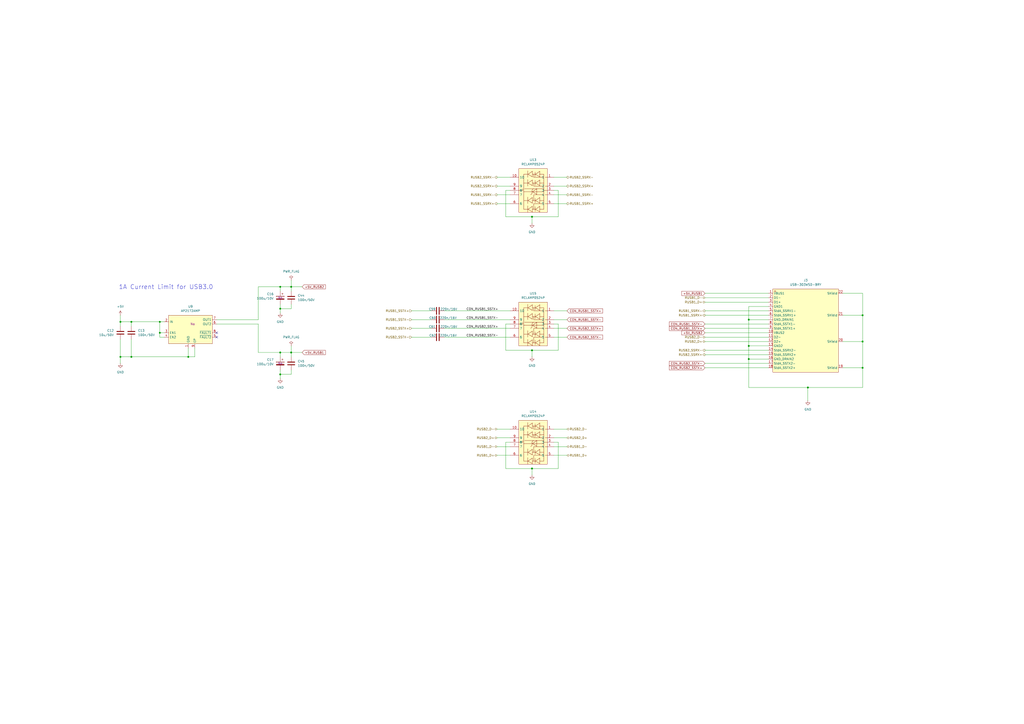
<source format=kicad_sch>
(kicad_sch
	(version 20250114)
	(generator "eeschema")
	(generator_version "9.0")
	(uuid "cc731dce-6680-465b-a859-9007a47be3cf")
	(paper "A2")
	(title_block
		(title "LattePanda Mu Console")
		(date "2025-07-30")
		(rev "V1.0")
	)
	(lib_symbols
		(symbol "Device:C"
			(pin_numbers
				(hide yes)
			)
			(pin_names
				(offset 0.254)
			)
			(exclude_from_sim no)
			(in_bom yes)
			(on_board yes)
			(property "Reference" "C"
				(at 0.635 2.54 0)
				(effects
					(font
						(size 1.27 1.27)
					)
					(justify left)
				)
			)
			(property "Value" "C"
				(at 0.635 -2.54 0)
				(effects
					(font
						(size 1.27 1.27)
					)
					(justify left)
				)
			)
			(property "Footprint" ""
				(at 0.9652 -3.81 0)
				(effects
					(font
						(size 1.27 1.27)
					)
					(hide yes)
				)
			)
			(property "Datasheet" "~"
				(at 0 0 0)
				(effects
					(font
						(size 1.27 1.27)
					)
					(hide yes)
				)
			)
			(property "Description" "Unpolarized capacitor"
				(at 0 0 0)
				(effects
					(font
						(size 1.27 1.27)
					)
					(hide yes)
				)
			)
			(property "ki_keywords" "cap capacitor"
				(at 0 0 0)
				(effects
					(font
						(size 1.27 1.27)
					)
					(hide yes)
				)
			)
			(property "ki_fp_filters" "C_*"
				(at 0 0 0)
				(effects
					(font
						(size 1.27 1.27)
					)
					(hide yes)
				)
			)
			(symbol "C_0_1"
				(polyline
					(pts
						(xy -2.032 0.762) (xy 2.032 0.762)
					)
					(stroke
						(width 0.508)
						(type default)
					)
					(fill
						(type none)
					)
				)
				(polyline
					(pts
						(xy -2.032 -0.762) (xy 2.032 -0.762)
					)
					(stroke
						(width 0.508)
						(type default)
					)
					(fill
						(type none)
					)
				)
			)
			(symbol "C_1_1"
				(pin passive line
					(at 0 3.81 270)
					(length 2.794)
					(name "~"
						(effects
							(font
								(size 1.27 1.27)
							)
						)
					)
					(number "1"
						(effects
							(font
								(size 1.27 1.27)
							)
						)
					)
				)
				(pin passive line
					(at 0 -3.81 90)
					(length 2.794)
					(name "~"
						(effects
							(font
								(size 1.27 1.27)
							)
						)
					)
					(number "2"
						(effects
							(font
								(size 1.27 1.27)
							)
						)
					)
				)
			)
			(embedded_fonts no)
		)
		(symbol "Device:C_Polarized"
			(pin_numbers
				(hide yes)
			)
			(pin_names
				(offset 0.254)
			)
			(exclude_from_sim no)
			(in_bom yes)
			(on_board yes)
			(property "Reference" "C"
				(at 0.635 2.54 0)
				(effects
					(font
						(size 1.27 1.27)
					)
					(justify left)
				)
			)
			(property "Value" "C_Polarized"
				(at 0.635 -2.54 0)
				(effects
					(font
						(size 1.27 1.27)
					)
					(justify left)
				)
			)
			(property "Footprint" ""
				(at 0.9652 -3.81 0)
				(effects
					(font
						(size 1.27 1.27)
					)
					(hide yes)
				)
			)
			(property "Datasheet" "~"
				(at 0 0 0)
				(effects
					(font
						(size 1.27 1.27)
					)
					(hide yes)
				)
			)
			(property "Description" "Polarized capacitor"
				(at 0 0 0)
				(effects
					(font
						(size 1.27 1.27)
					)
					(hide yes)
				)
			)
			(property "ki_keywords" "cap capacitor"
				(at 0 0 0)
				(effects
					(font
						(size 1.27 1.27)
					)
					(hide yes)
				)
			)
			(property "ki_fp_filters" "CP_*"
				(at 0 0 0)
				(effects
					(font
						(size 1.27 1.27)
					)
					(hide yes)
				)
			)
			(symbol "C_Polarized_0_1"
				(rectangle
					(start -2.286 0.508)
					(end 2.286 1.016)
					(stroke
						(width 0)
						(type default)
					)
					(fill
						(type none)
					)
				)
				(polyline
					(pts
						(xy -1.778 2.286) (xy -0.762 2.286)
					)
					(stroke
						(width 0)
						(type default)
					)
					(fill
						(type none)
					)
				)
				(polyline
					(pts
						(xy -1.27 2.794) (xy -1.27 1.778)
					)
					(stroke
						(width 0)
						(type default)
					)
					(fill
						(type none)
					)
				)
				(rectangle
					(start 2.286 -0.508)
					(end -2.286 -1.016)
					(stroke
						(width 0)
						(type default)
					)
					(fill
						(type outline)
					)
				)
			)
			(symbol "C_Polarized_1_1"
				(pin passive line
					(at 0 3.81 270)
					(length 2.794)
					(name "~"
						(effects
							(font
								(size 1.27 1.27)
							)
						)
					)
					(number "1"
						(effects
							(font
								(size 1.27 1.27)
							)
						)
					)
				)
				(pin passive line
					(at 0 -3.81 90)
					(length 2.794)
					(name "~"
						(effects
							(font
								(size 1.27 1.27)
							)
						)
					)
					(number "2"
						(effects
							(font
								(size 1.27 1.27)
							)
						)
					)
				)
			)
			(embedded_fonts no)
		)
		(symbol "easyeda2kicad:AP2172A"
			(exclude_from_sim no)
			(in_bom yes)
			(on_board yes)
			(property "Reference" "U"
				(at 0 8.128 0)
				(effects
					(font
						(size 1.27 1.27)
					)
				)
			)
			(property "Value" "AP2172AMP"
				(at 0.254 6.096 0)
				(effects
					(font
						(size 1.27 1.27)
					)
				)
			)
			(property "Footprint" "Package_SO:MSOP-8-1EP_3x3mm_P0.65mm_EP1.95x2.15mm"
				(at 0 -26.924 0)
				(effects
					(font
						(size 1.27 1.27)
					)
					(hide yes)
				)
			)
			(property "Datasheet" ""
				(at 0 0 0)
				(effects
					(font
						(size 1.27 1.27)
					)
					(hide yes)
				)
			)
			(property "Description" ""
				(at 0 0 0)
				(effects
					(font
						(size 1.27 1.27)
					)
					(hide yes)
				)
			)
			(symbol "AP2172A_0_1"
				(rectangle
					(start -13.97 5.08)
					(end 11.43 -11.43)
					(stroke
						(width 0)
						(type default)
					)
					(fill
						(type background)
					)
				)
			)
			(symbol "AP2172A_1_1"
				(pin unspecified line
					(at -16.51 1.27 0)
					(length 2.54)
					(name "IN"
						(effects
							(font
								(size 1.27 1.27)
							)
						)
					)
					(number "2"
						(effects
							(font
								(size 1.27 1.27)
							)
						)
					)
				)
				(pin unspecified line
					(at -16.51 -5.08 0)
					(length 2.54)
					(name "EN1"
						(effects
							(font
								(size 1.27 1.27)
							)
						)
					)
					(number "3"
						(effects
							(font
								(size 1.27 1.27)
							)
						)
					)
				)
				(pin unspecified line
					(at -16.51 -7.62 0)
					(length 2.54)
					(name "EN2"
						(effects
							(font
								(size 1.27 1.27)
							)
						)
					)
					(number "4"
						(effects
							(font
								(size 1.27 1.27)
							)
						)
					)
				)
				(pin unspecified line
					(at -2.54 -13.97 90)
					(length 2.54)
					(name "GND"
						(effects
							(font
								(size 1.27 1.27)
							)
						)
					)
					(number "1"
						(effects
							(font
								(size 1.27 1.27)
							)
						)
					)
				)
				(pin unspecified line
					(at 1.27 -13.97 90)
					(length 2.54)
					(name "EP"
						(effects
							(font
								(size 1.27 1.27)
							)
						)
					)
					(number "9"
						(effects
							(font
								(size 1.27 1.27)
							)
						)
					)
				)
				(pin unspecified line
					(at 13.97 2.54 180)
					(length 2.54)
					(name "OUT1"
						(effects
							(font
								(size 1.27 1.27)
							)
						)
					)
					(number "7"
						(effects
							(font
								(size 1.27 1.27)
							)
						)
					)
				)
				(pin unspecified line
					(at 13.97 0 180)
					(length 2.54)
					(name "OUT2"
						(effects
							(font
								(size 1.27 1.27)
							)
						)
					)
					(number "6"
						(effects
							(font
								(size 1.27 1.27)
							)
						)
					)
				)
				(pin unspecified line
					(at 13.97 -5.08 180)
					(length 2.54)
					(name "~{FAULT1}"
						(effects
							(font
								(size 1.27 1.27)
							)
						)
					)
					(number "8"
						(effects
							(font
								(size 1.27 1.27)
							)
						)
					)
				)
				(pin unspecified line
					(at 13.97 -7.62 180)
					(length 2.54)
					(name "~{FAULT2}"
						(effects
							(font
								(size 1.27 1.27)
							)
						)
					)
					(number "5"
						(effects
							(font
								(size 1.27 1.27)
							)
						)
					)
				)
			)
			(embedded_fonts no)
		)
		(symbol "easyeda2kicad:RCLAMP0524P_C5261085"
			(exclude_from_sim no)
			(in_bom yes)
			(on_board yes)
			(property "Reference" "U"
				(at 0 17.78 0)
				(effects
					(font
						(size 1.27 1.27)
					)
				)
			)
			(property "Value" "RCLAMP0524P_C5261085"
				(at 0 -17.78 0)
				(effects
					(font
						(size 1.27 1.27)
					)
				)
			)
			(property "Footprint" "easyeda2kicad:DFN2510-10_L2.5-W1.0-P0.50-BL"
				(at 0 -20.32 0)
				(effects
					(font
						(size 1.27 1.27)
					)
					(hide yes)
				)
			)
			(property "Datasheet" ""
				(at 0 0 0)
				(effects
					(font
						(size 1.27 1.27)
					)
					(hide yes)
				)
			)
			(property "Description" ""
				(at 0 0 0)
				(effects
					(font
						(size 1.27 1.27)
					)
					(hide yes)
				)
			)
			(property "LCSC Part" "C5261085"
				(at 0 -22.86 0)
				(effects
					(font
						(size 1.27 1.27)
					)
					(hide yes)
				)
			)
			(symbol "RCLAMP0524P_C5261085_0_1"
				(rectangle
					(start -12.7 7.62)
					(end 12.7 -8.89)
					(stroke
						(width 0)
						(type default)
					)
					(fill
						(type background)
					)
				)
				(polyline
					(pts
						(xy -9.4 2.54) (xy -9.4 4.83) (xy 10.92 4.83) (xy 10.92 2.29)
					)
					(stroke
						(width 0)
						(type default)
					)
					(fill
						(type none)
					)
				)
				(polyline
					(pts
						(xy -9.4 -1.02) (xy -7.62 -1.02) (xy -7.62 -6.35)
					)
					(stroke
						(width 0)
						(type default)
					)
					(fill
						(type none)
					)
				)
				(polyline
					(pts
						(xy -9.4 -2.03) (xy -9.4 -0.25)
					)
					(stroke
						(width 0)
						(type default)
					)
					(fill
						(type none)
					)
				)
				(polyline
					(pts
						(xy -8.13 -1.78) (xy -10.67 -1.78)
					)
					(stroke
						(width 0)
						(type default)
					)
					(fill
						(type none)
					)
				)
				(polyline
					(pts
						(xy -7.87 -0.25) (xy -9.4 2.29) (xy -11.18 -0.25) (xy -7.87 -0.25)
					)
					(stroke
						(width 0)
						(type default)
					)
					(fill
						(type background)
					)
				)
				(polyline
					(pts
						(xy -7.87 -4.57) (xy -9.4 -2.03) (xy -11.18 -4.57) (xy -7.87 -4.57)
					)
					(stroke
						(width 0)
						(type default)
					)
					(fill
						(type background)
					)
				)
				(polyline
					(pts
						(xy -7.62 2.54) (xy -11.43 2.54)
					)
					(stroke
						(width 0)
						(type default)
					)
					(fill
						(type none)
					)
				)
				(polyline
					(pts
						(xy -7.62 -6.35)
					)
					(stroke
						(width 0)
						(type default)
					)
					(fill
						(type background)
					)
				)
				(polyline
					(pts
						(xy -4.32 2.29) (xy -4.32 4.83)
					)
					(stroke
						(width 0)
						(type default)
					)
					(fill
						(type none)
					)
				)
				(polyline
					(pts
						(xy -4.32 -1.02) (xy -2.54 -1.02) (xy -2.54 -6.35)
					)
					(stroke
						(width 0)
						(type default)
					)
					(fill
						(type none)
					)
				)
				(polyline
					(pts
						(xy -4.32 -2.03) (xy -4.32 -0.25)
					)
					(stroke
						(width 0)
						(type default)
					)
					(fill
						(type none)
					)
				)
				(polyline
					(pts
						(xy -4.32 -4.57) (xy -4.32 -6.86)
					)
					(stroke
						(width 0)
						(type default)
					)
					(fill
						(type none)
					)
				)
				(polyline
					(pts
						(xy -3.05 -1.78) (xy -5.84 -1.78)
					)
					(stroke
						(width 0)
						(type default)
					)
					(fill
						(type none)
					)
				)
				(polyline
					(pts
						(xy -2.79 -0.25) (xy -4.32 2.29) (xy -6.1 -0.25) (xy -2.79 -0.25)
					)
					(stroke
						(width 0)
						(type default)
					)
					(fill
						(type background)
					)
				)
				(polyline
					(pts
						(xy -2.79 -4.57) (xy -4.32 -2.03) (xy -6.1 -4.57) (xy -2.79 -4.57)
					)
					(stroke
						(width 0)
						(type default)
					)
					(fill
						(type background)
					)
				)
				(polyline
					(pts
						(xy -2.54 2.54) (xy -6.35 2.54)
					)
					(stroke
						(width 0)
						(type default)
					)
					(fill
						(type none)
					)
				)
				(polyline
					(pts
						(xy -2.54 -6.35)
					)
					(stroke
						(width 0)
						(type default)
					)
					(fill
						(type background)
					)
				)
				(polyline
					(pts
						(xy -1.02 5.33)
					)
					(stroke
						(width 0)
						(type default)
					)
					(fill
						(type background)
					)
				)
				(polyline
					(pts
						(xy -1.02 4.32) (xy -1.02 -6.86)
					)
					(stroke
						(width 0)
						(type default)
					)
					(fill
						(type none)
					)
				)
				(polyline
					(pts
						(xy 0 7.62)
					)
					(stroke
						(width 0)
						(type default)
					)
					(fill
						(type background)
					)
				)
				(polyline
					(pts
						(xy 0 7.62) (xy 0 7.62) (xy 0 5.33) (xy -1.02 5.33)
					)
					(stroke
						(width 0)
						(type default)
					)
					(fill
						(type none)
					)
				)
				(polyline
					(pts
						(xy 0 -7.62) (xy 0 -6.86)
					)
					(stroke
						(width 0)
						(type default)
					)
					(fill
						(type none)
					)
				)
				(polyline
					(pts
						(xy 0.76 -6.86) (xy 0.76 4.83)
					)
					(stroke
						(width 0)
						(type default)
					)
					(fill
						(type none)
					)
				)
				(polyline
					(pts
						(xy 2.29 -2.79) (xy 0.76 -0.25) (xy -1.02 -2.79) (xy 2.29 -2.79)
					)
					(stroke
						(width 0)
						(type default)
					)
					(fill
						(type background)
					)
				)
				(polyline
					(pts
						(xy 2.54 0.76) (xy 1.78 0) (xy -0.25 0) (xy -1.02 -0.76)
					)
					(stroke
						(width 0)
						(type default)
					)
					(fill
						(type none)
					)
				)
				(polyline
					(pts
						(xy 2.54 -6.35)
					)
					(stroke
						(width 0)
						(type default)
					)
					(fill
						(type background)
					)
				)
				(polyline
					(pts
						(xy 5.84 2.54) (xy 5.84 4.57)
					)
					(stroke
						(width 0)
						(type default)
					)
					(fill
						(type none)
					)
				)
				(polyline
					(pts
						(xy 5.84 -1.02) (xy 2.54 -1.02) (xy 2.54 -6.35)
					)
					(stroke
						(width 0)
						(type default)
					)
					(fill
						(type none)
					)
				)
				(polyline
					(pts
						(xy 5.84 -2.03) (xy 5.84 -0.25)
					)
					(stroke
						(width 0)
						(type default)
					)
					(fill
						(type none)
					)
				)
				(polyline
					(pts
						(xy 5.84 -4.57) (xy 5.84 -6.86)
					)
					(stroke
						(width 0)
						(type default)
					)
					(fill
						(type none)
					)
				)
				(polyline
					(pts
						(xy 7.11 -1.78) (xy 4.57 -1.78)
					)
					(stroke
						(width 0)
						(type default)
					)
					(fill
						(type none)
					)
				)
				(polyline
					(pts
						(xy 7.37 -0.25) (xy 5.84 2.29) (xy 4.06 -0.25) (xy 7.37 -0.25)
					)
					(stroke
						(width 0)
						(type default)
					)
					(fill
						(type background)
					)
				)
				(polyline
					(pts
						(xy 7.37 -4.57) (xy 5.84 -2.03) (xy 4.06 -4.57) (xy 7.37 -4.57)
					)
					(stroke
						(width 0)
						(type default)
					)
					(fill
						(type background)
					)
				)
				(polyline
					(pts
						(xy 7.62 2.54) (xy 3.81 2.54)
					)
					(stroke
						(width 0)
						(type default)
					)
					(fill
						(type none)
					)
				)
				(polyline
					(pts
						(xy 7.62 -6.1)
					)
					(stroke
						(width 0)
						(type default)
					)
					(fill
						(type background)
					)
				)
				(polyline
					(pts
						(xy 10.92 -1.02) (xy 7.62 -1.02) (xy 7.62 -6.1)
					)
					(stroke
						(width 0)
						(type default)
					)
					(fill
						(type none)
					)
				)
				(polyline
					(pts
						(xy 10.92 -2.03) (xy 10.92 -0.25)
					)
					(stroke
						(width 0)
						(type default)
					)
					(fill
						(type none)
					)
				)
				(polyline
					(pts
						(xy 10.92 -4.57) (xy 10.92 -6.86) (xy -9.4 -6.86) (xy -9.4 -4.32)
					)
					(stroke
						(width 0)
						(type default)
					)
					(fill
						(type none)
					)
				)
				(polyline
					(pts
						(xy 12.19 -1.78) (xy 9.4 -1.78)
					)
					(stroke
						(width 0)
						(type default)
					)
					(fill
						(type none)
					)
				)
				(polyline
					(pts
						(xy 12.45 -0.25) (xy 10.92 2.29) (xy 9.14 -0.25) (xy 12.45 -0.25)
					)
					(stroke
						(width 0)
						(type default)
					)
					(fill
						(type background)
					)
				)
				(polyline
					(pts
						(xy 12.45 -4.57) (xy 10.92 -2.03) (xy 9.14 -4.57) (xy 12.45 -4.57)
					)
					(stroke
						(width 0)
						(type default)
					)
					(fill
						(type background)
					)
				)
				(polyline
					(pts
						(xy 12.7 2.54) (xy 8.89 2.54)
					)
					(stroke
						(width 0)
						(type default)
					)
					(fill
						(type none)
					)
				)
				(pin unspecified line
					(at -7.62 12.7 270)
					(length 5.08)
					(name "10"
						(effects
							(font
								(size 1.27 1.27)
							)
						)
					)
					(number "10"
						(effects
							(font
								(size 1.27 1.27)
							)
						)
					)
				)
				(pin unspecified line
					(at -7.62 -12.7 90)
					(length 5.08)
					(name "1"
						(effects
							(font
								(size 1.27 1.27)
							)
						)
					)
					(number "1"
						(effects
							(font
								(size 1.27 1.27)
							)
						)
					)
				)
				(pin unspecified line
					(at -2.54 12.7 270)
					(length 5.08)
					(name "9"
						(effects
							(font
								(size 1.27 1.27)
							)
						)
					)
					(number "9"
						(effects
							(font
								(size 1.27 1.27)
							)
						)
					)
				)
				(pin unspecified line
					(at -2.54 -12.7 90)
					(length 5.08)
					(name "2"
						(effects
							(font
								(size 1.27 1.27)
							)
						)
					)
					(number "2"
						(effects
							(font
								(size 1.27 1.27)
							)
						)
					)
				)
				(pin unspecified line
					(at 0 12.7 270)
					(length 5.08)
					(name "8"
						(effects
							(font
								(size 1.27 1.27)
							)
						)
					)
					(number "8"
						(effects
							(font
								(size 1.27 1.27)
							)
						)
					)
				)
				(pin unspecified line
					(at 0 -12.7 90)
					(length 5.08)
					(name "3"
						(effects
							(font
								(size 1.27 1.27)
							)
						)
					)
					(number "3"
						(effects
							(font
								(size 1.27 1.27)
							)
						)
					)
				)
				(pin unspecified line
					(at 2.54 12.7 270)
					(length 5.08)
					(name "7"
						(effects
							(font
								(size 1.27 1.27)
							)
						)
					)
					(number "7"
						(effects
							(font
								(size 1.27 1.27)
							)
						)
					)
				)
				(pin unspecified line
					(at 2.54 -12.7 90)
					(length 5.08)
					(name "4"
						(effects
							(font
								(size 1.27 1.27)
							)
						)
					)
					(number "4"
						(effects
							(font
								(size 1.27 1.27)
							)
						)
					)
				)
				(pin unspecified line
					(at 7.62 12.7 270)
					(length 5.08)
					(name "6"
						(effects
							(font
								(size 1.27 1.27)
							)
						)
					)
					(number "6"
						(effects
							(font
								(size 1.27 1.27)
							)
						)
					)
				)
				(pin unspecified line
					(at 7.62 -12.7 90)
					(length 5.08)
					(name "5"
						(effects
							(font
								(size 1.27 1.27)
							)
						)
					)
					(number "5"
						(effects
							(font
								(size 1.27 1.27)
							)
						)
					)
				)
			)
			(embedded_fonts no)
		)
		(symbol "easyeda2kicad:USB-303WSD-BRY"
			(exclude_from_sim no)
			(in_bom yes)
			(on_board yes)
			(property "Reference" "J"
				(at 0 26.67 0)
				(effects
					(font
						(size 1.27 1.27)
					)
				)
			)
			(property "Value" "USB-303WSD-BRY"
				(at 0 -26.67 0)
				(effects
					(font
						(size 1.27 1.27)
					)
				)
			)
			(property "Footprint" "easyeda2kicad:USB-A-TH_XUNPU_USB-303WSD-BRY"
				(at 0 -29.21 0)
				(effects
					(font
						(size 1.27 1.27)
					)
					(hide yes)
				)
			)
			(property "Datasheet" ""
				(at 0 0 0)
				(effects
					(font
						(size 1.27 1.27)
					)
					(hide yes)
				)
			)
			(property "Description" ""
				(at 0 0 0)
				(effects
					(font
						(size 1.27 1.27)
					)
					(hide yes)
				)
			)
			(property "LCSC Part" "C2895028"
				(at 0 -31.75 0)
				(effects
					(font
						(size 1.27 1.27)
					)
					(hide yes)
				)
			)
			(symbol "USB-303WSD-BRY_0_1"
				(rectangle
					(start -19.05 24.13)
					(end 19.05 -24.13)
					(stroke
						(width 0)
						(type default)
					)
					(fill
						(type background)
					)
				)
				(circle
					(center -17.78 22.86)
					(radius 0.38)
					(stroke
						(width 0)
						(type default)
					)
					(fill
						(type none)
					)
				)
				(pin power_in line
					(at -21.59 21.59 0)
					(length 2.54)
					(name "VBUS1"
						(effects
							(font
								(size 1.27 1.27)
							)
						)
					)
					(number "1"
						(effects
							(font
								(size 1.27 1.27)
							)
						)
					)
				)
				(pin bidirectional line
					(at -21.59 19.05 0)
					(length 2.54)
					(name "D1-"
						(effects
							(font
								(size 1.27 1.27)
							)
						)
					)
					(number "2"
						(effects
							(font
								(size 1.27 1.27)
							)
						)
					)
				)
				(pin bidirectional line
					(at -21.59 16.51 0)
					(length 2.54)
					(name "D1+"
						(effects
							(font
								(size 1.27 1.27)
							)
						)
					)
					(number "3"
						(effects
							(font
								(size 1.27 1.27)
							)
						)
					)
				)
				(pin power_in line
					(at -21.59 13.97 0)
					(length 2.54)
					(name "GND1"
						(effects
							(font
								(size 1.27 1.27)
							)
						)
					)
					(number "4"
						(effects
							(font
								(size 1.27 1.27)
							)
						)
					)
				)
				(pin output line
					(at -21.59 11.43 0)
					(length 2.54)
					(name "StdA_SSRX1-"
						(effects
							(font
								(size 1.27 1.27)
							)
						)
					)
					(number "5"
						(effects
							(font
								(size 1.27 1.27)
							)
						)
					)
				)
				(pin output line
					(at -21.59 8.89 0)
					(length 2.54)
					(name "StdA_SSRX1+"
						(effects
							(font
								(size 1.27 1.27)
							)
						)
					)
					(number "6"
						(effects
							(font
								(size 1.27 1.27)
							)
						)
					)
				)
				(pin power_in line
					(at -21.59 6.35 0)
					(length 2.54)
					(name "GND_DRAIN1"
						(effects
							(font
								(size 1.27 1.27)
							)
						)
					)
					(number "7"
						(effects
							(font
								(size 1.27 1.27)
							)
						)
					)
				)
				(pin input line
					(at -21.59 3.81 0)
					(length 2.54)
					(name "StdA_SSTX1-"
						(effects
							(font
								(size 1.27 1.27)
							)
						)
					)
					(number "8"
						(effects
							(font
								(size 1.27 1.27)
							)
						)
					)
				)
				(pin input line
					(at -21.59 1.27 0)
					(length 2.54)
					(name "StdA_SSTX1+"
						(effects
							(font
								(size 1.27 1.27)
							)
						)
					)
					(number "9"
						(effects
							(font
								(size 1.27 1.27)
							)
						)
					)
				)
				(pin power_in line
					(at -21.59 -1.27 0)
					(length 2.54)
					(name "VBUS2"
						(effects
							(font
								(size 1.27 1.27)
							)
						)
					)
					(number "10"
						(effects
							(font
								(size 1.27 1.27)
							)
						)
					)
				)
				(pin bidirectional line
					(at -21.59 -3.81 0)
					(length 2.54)
					(name "D2-"
						(effects
							(font
								(size 1.27 1.27)
							)
						)
					)
					(number "11"
						(effects
							(font
								(size 1.27 1.27)
							)
						)
					)
				)
				(pin bidirectional line
					(at -21.59 -6.35 0)
					(length 2.54)
					(name "D2+"
						(effects
							(font
								(size 1.27 1.27)
							)
						)
					)
					(number "12"
						(effects
							(font
								(size 1.27 1.27)
							)
						)
					)
				)
				(pin power_in line
					(at -21.59 -8.89 0)
					(length 2.54)
					(name "GND2"
						(effects
							(font
								(size 1.27 1.27)
							)
						)
					)
					(number "13"
						(effects
							(font
								(size 1.27 1.27)
							)
						)
					)
				)
				(pin output line
					(at -21.59 -11.43 0)
					(length 2.54)
					(name "StdA_SSRX2-"
						(effects
							(font
								(size 1.27 1.27)
							)
						)
					)
					(number "14"
						(effects
							(font
								(size 1.27 1.27)
							)
						)
					)
				)
				(pin output line
					(at -21.59 -13.97 0)
					(length 2.54)
					(name "StdA_SSRX2+"
						(effects
							(font
								(size 1.27 1.27)
							)
						)
					)
					(number "15"
						(effects
							(font
								(size 1.27 1.27)
							)
						)
					)
				)
				(pin power_in line
					(at -21.59 -16.51 0)
					(length 2.54)
					(name "GND_DRAIN2"
						(effects
							(font
								(size 1.27 1.27)
							)
						)
					)
					(number "16"
						(effects
							(font
								(size 1.27 1.27)
							)
						)
					)
				)
				(pin input line
					(at -21.59 -19.05 0)
					(length 2.54)
					(name "StdA_SSTX2-"
						(effects
							(font
								(size 1.27 1.27)
							)
						)
					)
					(number "17"
						(effects
							(font
								(size 1.27 1.27)
							)
						)
					)
				)
				(pin input line
					(at -21.59 -21.59 0)
					(length 2.54)
					(name "StdA_SSTX2+"
						(effects
							(font
								(size 1.27 1.27)
							)
						)
					)
					(number "18"
						(effects
							(font
								(size 1.27 1.27)
							)
						)
					)
				)
				(pin passive line
					(at 21.59 21.59 180)
					(length 2.54)
					(name "Shield"
						(effects
							(font
								(size 1.27 1.27)
							)
						)
					)
					(number "22"
						(effects
							(font
								(size 1.27 1.27)
							)
						)
					)
				)
				(pin passive line
					(at 21.59 8.89 180)
					(length 2.54)
					(name "Shield"
						(effects
							(font
								(size 1.27 1.27)
							)
						)
					)
					(number "21"
						(effects
							(font
								(size 1.27 1.27)
							)
						)
					)
				)
				(pin passive line
					(at 21.59 -6.35 180)
					(length 2.54)
					(name "Shield"
						(effects
							(font
								(size 1.27 1.27)
							)
						)
					)
					(number "20"
						(effects
							(font
								(size 1.27 1.27)
							)
						)
					)
				)
				(pin passive line
					(at 21.59 -21.59 180)
					(length 2.54)
					(name "Shield"
						(effects
							(font
								(size 1.27 1.27)
							)
						)
					)
					(number "19"
						(effects
							(font
								(size 1.27 1.27)
							)
						)
					)
				)
			)
			(embedded_fonts no)
		)
		(symbol "power:+5V"
			(power)
			(pin_numbers
				(hide yes)
			)
			(pin_names
				(offset 0)
				(hide yes)
			)
			(exclude_from_sim no)
			(in_bom yes)
			(on_board yes)
			(property "Reference" "#PWR"
				(at 0 -3.81 0)
				(effects
					(font
						(size 1.27 1.27)
					)
					(hide yes)
				)
			)
			(property "Value" "+5V"
				(at 0 3.556 0)
				(effects
					(font
						(size 1.27 1.27)
					)
				)
			)
			(property "Footprint" ""
				(at 0 0 0)
				(effects
					(font
						(size 1.27 1.27)
					)
					(hide yes)
				)
			)
			(property "Datasheet" ""
				(at 0 0 0)
				(effects
					(font
						(size 1.27 1.27)
					)
					(hide yes)
				)
			)
			(property "Description" "Power symbol creates a global label with name \"+5V\""
				(at 0 0 0)
				(effects
					(font
						(size 1.27 1.27)
					)
					(hide yes)
				)
			)
			(property "ki_keywords" "global power"
				(at 0 0 0)
				(effects
					(font
						(size 1.27 1.27)
					)
					(hide yes)
				)
			)
			(symbol "+5V_0_1"
				(polyline
					(pts
						(xy -0.762 1.27) (xy 0 2.54)
					)
					(stroke
						(width 0)
						(type default)
					)
					(fill
						(type none)
					)
				)
				(polyline
					(pts
						(xy 0 2.54) (xy 0.762 1.27)
					)
					(stroke
						(width 0)
						(type default)
					)
					(fill
						(type none)
					)
				)
				(polyline
					(pts
						(xy 0 0) (xy 0 2.54)
					)
					(stroke
						(width 0)
						(type default)
					)
					(fill
						(type none)
					)
				)
			)
			(symbol "+5V_1_1"
				(pin power_in line
					(at 0 0 90)
					(length 0)
					(name "~"
						(effects
							(font
								(size 1.27 1.27)
							)
						)
					)
					(number "1"
						(effects
							(font
								(size 1.27 1.27)
							)
						)
					)
				)
			)
			(embedded_fonts no)
		)
		(symbol "power:GND"
			(power)
			(pin_numbers
				(hide yes)
			)
			(pin_names
				(offset 0)
				(hide yes)
			)
			(exclude_from_sim no)
			(in_bom yes)
			(on_board yes)
			(property "Reference" "#PWR"
				(at 0 -6.35 0)
				(effects
					(font
						(size 1.27 1.27)
					)
					(hide yes)
				)
			)
			(property "Value" "GND"
				(at 0 -3.81 0)
				(effects
					(font
						(size 1.27 1.27)
					)
				)
			)
			(property "Footprint" ""
				(at 0 0 0)
				(effects
					(font
						(size 1.27 1.27)
					)
					(hide yes)
				)
			)
			(property "Datasheet" ""
				(at 0 0 0)
				(effects
					(font
						(size 1.27 1.27)
					)
					(hide yes)
				)
			)
			(property "Description" "Power symbol creates a global label with name \"GND\" , ground"
				(at 0 0 0)
				(effects
					(font
						(size 1.27 1.27)
					)
					(hide yes)
				)
			)
			(property "ki_keywords" "global power"
				(at 0 0 0)
				(effects
					(font
						(size 1.27 1.27)
					)
					(hide yes)
				)
			)
			(symbol "GND_0_1"
				(polyline
					(pts
						(xy 0 0) (xy 0 -1.27) (xy 1.27 -1.27) (xy 0 -2.54) (xy -1.27 -1.27) (xy 0 -1.27)
					)
					(stroke
						(width 0)
						(type default)
					)
					(fill
						(type none)
					)
				)
			)
			(symbol "GND_1_1"
				(pin power_in line
					(at 0 0 270)
					(length 0)
					(name "~"
						(effects
							(font
								(size 1.27 1.27)
							)
						)
					)
					(number "1"
						(effects
							(font
								(size 1.27 1.27)
							)
						)
					)
				)
			)
			(embedded_fonts no)
		)
		(symbol "power:PWR_FLAG"
			(power)
			(pin_numbers
				(hide yes)
			)
			(pin_names
				(offset 0)
				(hide yes)
			)
			(exclude_from_sim no)
			(in_bom yes)
			(on_board yes)
			(property "Reference" "#FLG"
				(at 0 1.905 0)
				(effects
					(font
						(size 1.27 1.27)
					)
					(hide yes)
				)
			)
			(property "Value" "PWR_FLAG"
				(at 0 3.81 0)
				(effects
					(font
						(size 1.27 1.27)
					)
				)
			)
			(property "Footprint" ""
				(at 0 0 0)
				(effects
					(font
						(size 1.27 1.27)
					)
					(hide yes)
				)
			)
			(property "Datasheet" "~"
				(at 0 0 0)
				(effects
					(font
						(size 1.27 1.27)
					)
					(hide yes)
				)
			)
			(property "Description" "Special symbol for telling ERC where power comes from"
				(at 0 0 0)
				(effects
					(font
						(size 1.27 1.27)
					)
					(hide yes)
				)
			)
			(property "ki_keywords" "flag power"
				(at 0 0 0)
				(effects
					(font
						(size 1.27 1.27)
					)
					(hide yes)
				)
			)
			(symbol "PWR_FLAG_0_0"
				(pin power_out line
					(at 0 0 90)
					(length 0)
					(name "~"
						(effects
							(font
								(size 1.27 1.27)
							)
						)
					)
					(number "1"
						(effects
							(font
								(size 1.27 1.27)
							)
						)
					)
				)
			)
			(symbol "PWR_FLAG_0_1"
				(polyline
					(pts
						(xy 0 0) (xy 0 1.27) (xy -1.016 1.905) (xy 0 2.54) (xy 1.016 1.905) (xy 0 1.27)
					)
					(stroke
						(width 0)
						(type default)
					)
					(fill
						(type none)
					)
				)
			)
			(embedded_fonts no)
		)
	)
	(text "1A Current Limit for USB3.0"
		(exclude_from_sim no)
		(at 96.266 166.624 0)
		(effects
			(font
				(size 2.54 2.54)
			)
		)
		(uuid "b087fff1-a67a-4c7f-9ec8-79a5aa8b4a5d")
	)
	(junction
		(at 308.61 271.78)
		(diameter 0)
		(color 0 0 0 0)
		(uuid "34bd7b49-0579-493c-90d9-f64ab3b1d167")
	)
	(junction
		(at 500.38 198.12)
		(diameter 0)
		(color 0 0 0 0)
		(uuid "3a86f749-ce1e-4a99-bf6e-076bd975c666")
	)
	(junction
		(at 168.91 166.37)
		(diameter 0)
		(color 0 0 0 0)
		(uuid "42aea7ac-1984-48c2-9fa6-97486048ea7b")
	)
	(junction
		(at 92.71 186.69)
		(diameter 0)
		(color 0 0 0 0)
		(uuid "431a4853-6fa3-4eb2-9d33-696f238b8d22")
	)
	(junction
		(at 162.56 179.07)
		(diameter 0)
		(color 0 0 0 0)
		(uuid "5dbb98a0-a399-481b-97e7-97e1c2b208fd")
	)
	(junction
		(at 168.91 204.47)
		(diameter 0)
		(color 0 0 0 0)
		(uuid "65a16558-9595-4085-a9a8-86808de40b12")
	)
	(junction
		(at 109.22 207.01)
		(diameter 0)
		(color 0 0 0 0)
		(uuid "671e3a1e-5d93-4c9b-a0ba-57d4f8bdfc1f")
	)
	(junction
		(at 434.34 208.28)
		(diameter 0)
		(color 0 0 0 0)
		(uuid "7442c25e-9abb-44c2-9870-f8bc4fe5014b")
	)
	(junction
		(at 500.38 182.88)
		(diameter 0)
		(color 0 0 0 0)
		(uuid "847dff64-b739-4205-a6e6-02c3ccde2cb8")
	)
	(junction
		(at 69.85 207.01)
		(diameter 0)
		(color 0 0 0 0)
		(uuid "86055349-c9a4-49e9-96a1-f8a957aae743")
	)
	(junction
		(at 92.71 193.04)
		(diameter 0)
		(color 0 0 0 0)
		(uuid "95db003a-002e-45fd-8c74-adb347c62687")
	)
	(junction
		(at 308.61 125.73)
		(diameter 0)
		(color 0 0 0 0)
		(uuid "a8fe14e6-3664-4ea0-85a5-d869151fc3f7")
	)
	(junction
		(at 434.34 200.66)
		(diameter 0)
		(color 0 0 0 0)
		(uuid "aba6a092-2e6e-4489-a35b-a006d9e6a52f")
	)
	(junction
		(at 162.56 166.37)
		(diameter 0)
		(color 0 0 0 0)
		(uuid "b159bf2f-ddb8-45c3-8914-6aa1025c8341")
	)
	(junction
		(at 468.63 224.79)
		(diameter 0)
		(color 0 0 0 0)
		(uuid "b5696d84-087e-429f-ad83-8b7363808946")
	)
	(junction
		(at 76.2 186.69)
		(diameter 0)
		(color 0 0 0 0)
		(uuid "b57c4e13-d13f-453b-8ed8-cb248ae65d67")
	)
	(junction
		(at 500.38 213.36)
		(diameter 0)
		(color 0 0 0 0)
		(uuid "b7d5e2e1-fc2b-4545-ba4c-cebfe6e85d58")
	)
	(junction
		(at 308.61 203.2)
		(diameter 0)
		(color 0 0 0 0)
		(uuid "c023eadc-dae1-47a4-9fe7-bea8f69d41d3")
	)
	(junction
		(at 434.34 185.42)
		(diameter 0)
		(color 0 0 0 0)
		(uuid "c98ac87a-e6d1-4792-81a5-8b71d5def856")
	)
	(junction
		(at 69.85 186.69)
		(diameter 0)
		(color 0 0 0 0)
		(uuid "d9e6217c-2b87-4aa3-a34e-a6cd3f5c8917")
	)
	(junction
		(at 162.56 217.17)
		(diameter 0)
		(color 0 0 0 0)
		(uuid "db2768a6-db2a-4fa6-b15c-5c4b7e7ba6ce")
	)
	(junction
		(at 76.2 207.01)
		(diameter 0)
		(color 0 0 0 0)
		(uuid "e68cb630-169f-433c-b55b-4a390d14e9a9")
	)
	(junction
		(at 162.56 204.47)
		(diameter 0)
		(color 0 0 0 0)
		(uuid "fce48f71-6801-4c7e-bd60-09f49a1b5752")
	)
	(no_connect
		(at 125.73 195.58)
		(uuid "951ac886-140d-46e2-993a-eaead27518d8")
	)
	(no_connect
		(at 125.73 193.04)
		(uuid "f55ef6d9-ab20-40a0-85a3-8a6336b6b80a")
	)
	(wire
		(pts
			(xy 238.76 195.58) (xy 250.19 195.58)
		)
		(stroke
			(width 0)
			(type default)
		)
		(uuid "03969a7b-da7e-41c4-a005-03303c6adfc4")
	)
	(wire
		(pts
			(xy 162.56 166.37) (xy 162.56 168.91)
		)
		(stroke
			(width 0)
			(type default)
		)
		(uuid "0406b587-a017-43ba-b156-830e111e2e6d")
	)
	(wire
		(pts
			(xy 328.93 264.16) (xy 321.31 264.16)
		)
		(stroke
			(width 0)
			(type default)
		)
		(uuid "0a91f149-dbe0-4bb8-8cd3-7b7669788e02")
	)
	(wire
		(pts
			(xy 293.37 203.2) (xy 293.37 187.96)
		)
		(stroke
			(width 0)
			(type default)
		)
		(uuid "0b2d1662-d6d5-4787-ad60-f32463454c60")
	)
	(wire
		(pts
			(xy 257.81 190.5) (xy 295.91 190.5)
		)
		(stroke
			(width 0)
			(type default)
		)
		(uuid "112d3884-82fa-44f5-99a1-911801b3f960")
	)
	(wire
		(pts
			(xy 408.94 190.5) (xy 445.77 190.5)
		)
		(stroke
			(width 0)
			(type default)
		)
		(uuid "11b2760d-7561-4490-8475-6250edac1e38")
	)
	(wire
		(pts
			(xy 168.91 179.07) (xy 162.56 179.07)
		)
		(stroke
			(width 0)
			(type default)
		)
		(uuid "123f49e6-8e9f-4cae-9b2f-12a9276eda4a")
	)
	(wire
		(pts
			(xy 288.29 254) (xy 295.91 254)
		)
		(stroke
			(width 0)
			(type default)
		)
		(uuid "14dc8d8a-0fd2-4723-b21a-dfae3858889c")
	)
	(wire
		(pts
			(xy 288.29 118.11) (xy 295.91 118.11)
		)
		(stroke
			(width 0)
			(type default)
		)
		(uuid "15e7406a-7d17-4c5c-aa3e-112dae2430ce")
	)
	(wire
		(pts
			(xy 328.93 180.34) (xy 321.31 180.34)
		)
		(stroke
			(width 0)
			(type default)
		)
		(uuid "1848f6a3-4ebd-49c6-b553-14842fc77d0c")
	)
	(wire
		(pts
			(xy 434.34 208.28) (xy 434.34 200.66)
		)
		(stroke
			(width 0)
			(type default)
		)
		(uuid "1bfbab83-1927-411c-b0ab-cb88cc14483b")
	)
	(wire
		(pts
			(xy 293.37 271.78) (xy 293.37 256.54)
		)
		(stroke
			(width 0)
			(type default)
		)
		(uuid "1c0327a0-58d6-49f8-9f50-c32079f45097")
	)
	(wire
		(pts
			(xy 76.2 186.69) (xy 69.85 186.69)
		)
		(stroke
			(width 0)
			(type default)
		)
		(uuid "1c883a9f-713c-4eef-ba81-124f927518f0")
	)
	(wire
		(pts
			(xy 175.26 166.37) (xy 168.91 166.37)
		)
		(stroke
			(width 0)
			(type default)
		)
		(uuid "1ccdbd97-9042-4256-a648-626c1bf6025b")
	)
	(wire
		(pts
			(xy 488.95 198.12) (xy 500.38 198.12)
		)
		(stroke
			(width 0)
			(type default)
		)
		(uuid "1cee1148-ae74-4716-9ce1-f74e178ce158")
	)
	(wire
		(pts
			(xy 168.91 214.63) (xy 168.91 217.17)
		)
		(stroke
			(width 0)
			(type default)
		)
		(uuid "2065fb34-2243-4258-a583-c271c9c58866")
	)
	(wire
		(pts
			(xy 149.86 166.37) (xy 162.56 166.37)
		)
		(stroke
			(width 0)
			(type default)
		)
		(uuid "24bf1de1-03c8-450d-99af-69a5dddc38fc")
	)
	(wire
		(pts
			(xy 434.34 200.66) (xy 445.77 200.66)
		)
		(stroke
			(width 0)
			(type default)
		)
		(uuid "28366f39-d246-41f4-b487-fc037ec6cc5e")
	)
	(wire
		(pts
			(xy 308.61 203.2) (xy 308.61 207.01)
		)
		(stroke
			(width 0)
			(type default)
		)
		(uuid "2c2dcb77-bfdd-4734-8ea4-9285cfbfe54e")
	)
	(wire
		(pts
			(xy 328.93 107.95) (xy 321.31 107.95)
		)
		(stroke
			(width 0)
			(type default)
		)
		(uuid "2df0177a-39c5-4585-8fbb-f5a363d82bec")
	)
	(wire
		(pts
			(xy 328.93 190.5) (xy 321.31 190.5)
		)
		(stroke
			(width 0)
			(type default)
		)
		(uuid "2f254e9b-8ce2-449d-89f4-c13e0084ffcc")
	)
	(wire
		(pts
			(xy 323.85 125.73) (xy 308.61 125.73)
		)
		(stroke
			(width 0)
			(type default)
		)
		(uuid "2f6032fd-e0de-46b3-b33b-51056d4c76e1")
	)
	(wire
		(pts
			(xy 288.29 259.08) (xy 295.91 259.08)
		)
		(stroke
			(width 0)
			(type default)
		)
		(uuid "2f676c94-7a2e-41cc-a9bb-a82d830ff3f0")
	)
	(wire
		(pts
			(xy 468.63 224.79) (xy 468.63 232.41)
		)
		(stroke
			(width 0)
			(type default)
		)
		(uuid "30fa1650-cfa8-4b87-98c8-3f88cdece541")
	)
	(wire
		(pts
			(xy 76.2 207.01) (xy 76.2 196.85)
		)
		(stroke
			(width 0)
			(type default)
		)
		(uuid "31f8f6b2-4e1e-4d34-96b1-a5222e5bb30c")
	)
	(wire
		(pts
			(xy 257.81 195.58) (xy 295.91 195.58)
		)
		(stroke
			(width 0)
			(type default)
		)
		(uuid "32498283-29dd-4ec1-8b10-255683650781")
	)
	(wire
		(pts
			(xy 293.37 256.54) (xy 295.91 256.54)
		)
		(stroke
			(width 0)
			(type default)
		)
		(uuid "335c614f-1da4-4450-8461-eb053372259b")
	)
	(wire
		(pts
			(xy 69.85 186.69) (xy 69.85 189.23)
		)
		(stroke
			(width 0)
			(type default)
		)
		(uuid "3788bc3c-17a1-4e45-a924-b6bb33fab704")
	)
	(wire
		(pts
			(xy 168.91 217.17) (xy 162.56 217.17)
		)
		(stroke
			(width 0)
			(type default)
		)
		(uuid "3d576406-a180-4642-9487-a06dca811c93")
	)
	(wire
		(pts
			(xy 434.34 185.42) (xy 445.77 185.42)
		)
		(stroke
			(width 0)
			(type default)
		)
		(uuid "3dfdcbe0-4b65-43ab-a24a-ae64a331425c")
	)
	(wire
		(pts
			(xy 434.34 224.79) (xy 434.34 208.28)
		)
		(stroke
			(width 0)
			(type default)
		)
		(uuid "3fc00470-b1bd-4456-bc3b-4fd8a7a7abae")
	)
	(wire
		(pts
			(xy 238.76 185.42) (xy 250.19 185.42)
		)
		(stroke
			(width 0)
			(type default)
		)
		(uuid "40fc9e03-32d9-4e17-873a-8fbe1d8dce69")
	)
	(wire
		(pts
			(xy 408.94 203.2) (xy 445.77 203.2)
		)
		(stroke
			(width 0)
			(type default)
		)
		(uuid "47b50bd3-393e-4bca-ba57-12f09db00947")
	)
	(wire
		(pts
			(xy 321.31 187.96) (xy 323.85 187.96)
		)
		(stroke
			(width 0)
			(type default)
		)
		(uuid "4a562bde-0c18-46e2-a4a4-e6c0c5931c03")
	)
	(wire
		(pts
			(xy 162.56 204.47) (xy 162.56 207.01)
		)
		(stroke
			(width 0)
			(type default)
		)
		(uuid "4ae46dfb-8e71-412c-ba56-76015c4d369f")
	)
	(wire
		(pts
			(xy 92.71 186.69) (xy 95.25 186.69)
		)
		(stroke
			(width 0)
			(type default)
		)
		(uuid "4c5b0297-a50f-4987-ad5d-556f9d87262b")
	)
	(wire
		(pts
			(xy 408.94 195.58) (xy 445.77 195.58)
		)
		(stroke
			(width 0)
			(type default)
		)
		(uuid "4f50925b-ce71-4bae-8112-a2218090bd56")
	)
	(wire
		(pts
			(xy 434.34 177.8) (xy 445.77 177.8)
		)
		(stroke
			(width 0)
			(type default)
		)
		(uuid "524db915-c445-4ff1-9f71-5d62e295d198")
	)
	(wire
		(pts
			(xy 323.85 271.78) (xy 308.61 271.78)
		)
		(stroke
			(width 0)
			(type default)
		)
		(uuid "542a5ef3-5713-4365-9599-58f719b18bb2")
	)
	(wire
		(pts
			(xy 125.73 187.96) (xy 149.86 187.96)
		)
		(stroke
			(width 0)
			(type default)
		)
		(uuid "578821dc-86bb-438a-821e-be795e8377ba")
	)
	(wire
		(pts
			(xy 168.91 166.37) (xy 162.56 166.37)
		)
		(stroke
			(width 0)
			(type default)
		)
		(uuid "59a94ab8-8663-460b-a065-87ace94ee929")
	)
	(wire
		(pts
			(xy 328.93 118.11) (xy 321.31 118.11)
		)
		(stroke
			(width 0)
			(type default)
		)
		(uuid "5a5d007b-bb08-4151-8699-6abcf6bbcfb7")
	)
	(wire
		(pts
			(xy 113.03 207.01) (xy 109.22 207.01)
		)
		(stroke
			(width 0)
			(type default)
		)
		(uuid "5b80c64b-ce4f-4434-b548-ae62e2cf2b9c")
	)
	(wire
		(pts
			(xy 162.56 176.53) (xy 162.56 179.07)
		)
		(stroke
			(width 0)
			(type default)
		)
		(uuid "5d34194e-443b-439b-bb5a-5da730ffa24c")
	)
	(wire
		(pts
			(xy 288.29 113.03) (xy 295.91 113.03)
		)
		(stroke
			(width 0)
			(type default)
		)
		(uuid "5f3f6bd1-6381-44e8-b051-456deffd71e0")
	)
	(wire
		(pts
			(xy 328.93 254) (xy 321.31 254)
		)
		(stroke
			(width 0)
			(type default)
		)
		(uuid "5f411e43-1abe-4c72-bcb4-40e2c7678fc6")
	)
	(wire
		(pts
			(xy 323.85 187.96) (xy 323.85 203.2)
		)
		(stroke
			(width 0)
			(type default)
		)
		(uuid "5ff9c81e-56bb-444b-9eda-502acf9c2b46")
	)
	(wire
		(pts
			(xy 162.56 179.07) (xy 162.56 181.61)
		)
		(stroke
			(width 0)
			(type default)
		)
		(uuid "6024968e-7359-43a0-8a44-0186cc59ace2")
	)
	(wire
		(pts
			(xy 69.85 182.88) (xy 69.85 186.69)
		)
		(stroke
			(width 0)
			(type default)
		)
		(uuid "631df169-a58d-4b69-a4c3-8455e6958324")
	)
	(wire
		(pts
			(xy 149.86 204.47) (xy 162.56 204.47)
		)
		(stroke
			(width 0)
			(type default)
		)
		(uuid "6388d0d6-413a-4ca1-9f31-4815049ac6ee")
	)
	(wire
		(pts
			(xy 500.38 198.12) (xy 500.38 213.36)
		)
		(stroke
			(width 0)
			(type default)
		)
		(uuid "64123e3b-aa62-42fa-bc54-6845e0852fe9")
	)
	(wire
		(pts
			(xy 328.93 185.42) (xy 321.31 185.42)
		)
		(stroke
			(width 0)
			(type default)
		)
		(uuid "66d10afd-8e82-4fe7-a513-5d29e60ee6c8")
	)
	(wire
		(pts
			(xy 488.95 182.88) (xy 500.38 182.88)
		)
		(stroke
			(width 0)
			(type default)
		)
		(uuid "682242f5-acd4-4eb0-99cd-68ccb3461ec5")
	)
	(wire
		(pts
			(xy 149.86 185.42) (xy 149.86 166.37)
		)
		(stroke
			(width 0)
			(type default)
		)
		(uuid "68d8aac8-7945-40ca-9f8c-4e6638396b84")
	)
	(wire
		(pts
			(xy 328.93 248.92) (xy 321.31 248.92)
		)
		(stroke
			(width 0)
			(type default)
		)
		(uuid "6a4a4524-a95b-44b3-b901-011b19da76ea")
	)
	(wire
		(pts
			(xy 175.26 204.47) (xy 168.91 204.47)
		)
		(stroke
			(width 0)
			(type default)
		)
		(uuid "6c248988-dad8-446c-af00-8a4aba9680dd")
	)
	(wire
		(pts
			(xy 168.91 162.56) (xy 168.91 166.37)
		)
		(stroke
			(width 0)
			(type default)
		)
		(uuid "6cc06379-c64b-4ffd-97f4-1e11587ac664")
	)
	(wire
		(pts
			(xy 76.2 186.69) (xy 76.2 189.23)
		)
		(stroke
			(width 0)
			(type default)
		)
		(uuid "6dc05e36-d3b5-4ff3-a399-ff646f9c11ab")
	)
	(wire
		(pts
			(xy 168.91 200.66) (xy 168.91 204.47)
		)
		(stroke
			(width 0)
			(type default)
		)
		(uuid "6f6cc136-17bc-4d4d-971c-8b6ff28c5eda")
	)
	(wire
		(pts
			(xy 328.93 259.08) (xy 321.31 259.08)
		)
		(stroke
			(width 0)
			(type default)
		)
		(uuid "72a259af-fe61-449d-9669-5f25d7ed7d96")
	)
	(wire
		(pts
			(xy 76.2 186.69) (xy 92.71 186.69)
		)
		(stroke
			(width 0)
			(type default)
		)
		(uuid "78d3a99f-3156-4335-9921-035238212031")
	)
	(wire
		(pts
			(xy 500.38 182.88) (xy 500.38 198.12)
		)
		(stroke
			(width 0)
			(type default)
		)
		(uuid "79e4a903-7b3b-4778-ad09-99521ebe61df")
	)
	(wire
		(pts
			(xy 288.29 102.87) (xy 295.91 102.87)
		)
		(stroke
			(width 0)
			(type default)
		)
		(uuid "7a002f6d-245e-46dc-bc8c-70bad32b2709")
	)
	(wire
		(pts
			(xy 238.76 190.5) (xy 250.19 190.5)
		)
		(stroke
			(width 0)
			(type default)
		)
		(uuid "7b8fda6d-c216-4d94-bf46-ebbffbd9637e")
	)
	(wire
		(pts
			(xy 408.94 213.36) (xy 445.77 213.36)
		)
		(stroke
			(width 0)
			(type default)
		)
		(uuid "801ac4b4-71c9-4f67-bd6c-76c03fc6f202")
	)
	(wire
		(pts
			(xy 69.85 196.85) (xy 69.85 207.01)
		)
		(stroke
			(width 0)
			(type default)
		)
		(uuid "80dec7e3-6773-417c-a849-5b735a8a084d")
	)
	(wire
		(pts
			(xy 328.93 195.58) (xy 321.31 195.58)
		)
		(stroke
			(width 0)
			(type default)
		)
		(uuid "8179a0f4-03cf-4ff1-b190-09c42d3608ac")
	)
	(wire
		(pts
			(xy 293.37 187.96) (xy 295.91 187.96)
		)
		(stroke
			(width 0)
			(type default)
		)
		(uuid "82d4c022-45a8-437a-a6ac-ad50a5d6a5fd")
	)
	(wire
		(pts
			(xy 408.94 187.96) (xy 445.77 187.96)
		)
		(stroke
			(width 0)
			(type default)
		)
		(uuid "82fa6341-d2d9-411f-a2b2-2be0e5bc1902")
	)
	(wire
		(pts
			(xy 408.94 198.12) (xy 445.77 198.12)
		)
		(stroke
			(width 0)
			(type default)
		)
		(uuid "83054e68-9319-4278-9d42-1c1f60e26830")
	)
	(wire
		(pts
			(xy 125.73 185.42) (xy 149.86 185.42)
		)
		(stroke
			(width 0)
			(type default)
		)
		(uuid "8607cf3c-08cd-46a3-8d8c-2afd8bf9f294")
	)
	(wire
		(pts
			(xy 488.95 170.18) (xy 500.38 170.18)
		)
		(stroke
			(width 0)
			(type default)
		)
		(uuid "86312300-2416-426b-bd1e-2aff5d2533f0")
	)
	(wire
		(pts
			(xy 323.85 203.2) (xy 308.61 203.2)
		)
		(stroke
			(width 0)
			(type default)
		)
		(uuid "8815527d-f3eb-420f-b602-18760ce41314")
	)
	(wire
		(pts
			(xy 408.94 193.04) (xy 445.77 193.04)
		)
		(stroke
			(width 0)
			(type default)
		)
		(uuid "888ecfa9-9339-4366-a0e2-a19a68c987f7")
	)
	(wire
		(pts
			(xy 408.94 182.88) (xy 445.77 182.88)
		)
		(stroke
			(width 0)
			(type default)
		)
		(uuid "8a1beec2-13f1-45a4-93ca-ca2d5baadfc5")
	)
	(wire
		(pts
			(xy 408.94 172.72) (xy 445.77 172.72)
		)
		(stroke
			(width 0)
			(type default)
		)
		(uuid "8ad5d53a-c276-4e40-96d1-4839f0c15f6a")
	)
	(wire
		(pts
			(xy 162.56 217.17) (xy 162.56 219.71)
		)
		(stroke
			(width 0)
			(type default)
		)
		(uuid "8dfc7c4b-76d7-43ae-ba47-777f084bda0c")
	)
	(wire
		(pts
			(xy 293.37 125.73) (xy 293.37 110.49)
		)
		(stroke
			(width 0)
			(type default)
		)
		(uuid "94051dda-efe1-4e17-b15b-3c0dc255448f")
	)
	(wire
		(pts
			(xy 168.91 204.47) (xy 162.56 204.47)
		)
		(stroke
			(width 0)
			(type default)
		)
		(uuid "94d7997d-f650-4db1-8ca0-78662b74e83e")
	)
	(wire
		(pts
			(xy 308.61 271.78) (xy 293.37 271.78)
		)
		(stroke
			(width 0)
			(type default)
		)
		(uuid "992a7537-2799-428f-a464-545f52f59b9c")
	)
	(wire
		(pts
			(xy 434.34 208.28) (xy 445.77 208.28)
		)
		(stroke
			(width 0)
			(type default)
		)
		(uuid "9c3e7214-6a2e-42d1-abe0-08f1c6d878a9")
	)
	(wire
		(pts
			(xy 168.91 176.53) (xy 168.91 179.07)
		)
		(stroke
			(width 0)
			(type default)
		)
		(uuid "9f2bde09-81cf-4542-890c-36e5b4f712dd")
	)
	(wire
		(pts
			(xy 308.61 203.2) (xy 293.37 203.2)
		)
		(stroke
			(width 0)
			(type default)
		)
		(uuid "a0ca0e0e-d731-48d9-af07-801ffc7209f2")
	)
	(wire
		(pts
			(xy 500.38 213.36) (xy 500.38 224.79)
		)
		(stroke
			(width 0)
			(type default)
		)
		(uuid "a181c8b9-b70d-48c4-ab71-6b11dfacd3a3")
	)
	(wire
		(pts
			(xy 76.2 207.01) (xy 109.22 207.01)
		)
		(stroke
			(width 0)
			(type default)
		)
		(uuid "a37ffe19-3593-4bf6-9998-25373753b38e")
	)
	(wire
		(pts
			(xy 95.25 193.04) (xy 92.71 193.04)
		)
		(stroke
			(width 0)
			(type default)
		)
		(uuid "a420405d-6bff-4f70-9943-7096b5de14f8")
	)
	(wire
		(pts
			(xy 95.25 195.58) (xy 92.71 195.58)
		)
		(stroke
			(width 0)
			(type default)
		)
		(uuid "a44cb2cd-ace4-4db7-b286-d8fe08841ada")
	)
	(wire
		(pts
			(xy 408.94 205.74) (xy 445.77 205.74)
		)
		(stroke
			(width 0)
			(type default)
		)
		(uuid "a4e02fbe-b2a9-4e6b-8bb1-f4f2003353e5")
	)
	(wire
		(pts
			(xy 288.29 264.16) (xy 295.91 264.16)
		)
		(stroke
			(width 0)
			(type default)
		)
		(uuid "a57200f4-17b5-469f-9e7f-dca8908c481f")
	)
	(wire
		(pts
			(xy 257.81 185.42) (xy 295.91 185.42)
		)
		(stroke
			(width 0)
			(type default)
		)
		(uuid "a6067410-a889-46d1-809b-4dd326022476")
	)
	(wire
		(pts
			(xy 323.85 110.49) (xy 323.85 125.73)
		)
		(stroke
			(width 0)
			(type default)
		)
		(uuid "a8edd4df-eb0d-417a-a8a8-5ac40aaf9624")
	)
	(wire
		(pts
			(xy 328.93 102.87) (xy 321.31 102.87)
		)
		(stroke
			(width 0)
			(type default)
		)
		(uuid "aac3ab18-0cc6-49b1-92fe-dab98f42dc2e")
	)
	(wire
		(pts
			(xy 257.81 180.34) (xy 295.91 180.34)
		)
		(stroke
			(width 0)
			(type default)
		)
		(uuid "ad30fc05-065e-4cf2-8ed6-49ef51be953c")
	)
	(wire
		(pts
			(xy 308.61 271.78) (xy 308.61 275.59)
		)
		(stroke
			(width 0)
			(type default)
		)
		(uuid "ae33e3e0-e2eb-4da1-aa1e-cf99f0dd6564")
	)
	(wire
		(pts
			(xy 168.91 166.37) (xy 168.91 168.91)
		)
		(stroke
			(width 0)
			(type default)
		)
		(uuid "af05eda0-b413-47d6-9851-700e85e425c5")
	)
	(wire
		(pts
			(xy 92.71 195.58) (xy 92.71 193.04)
		)
		(stroke
			(width 0)
			(type default)
		)
		(uuid "b467870f-b764-44d0-886b-9a85f992ba3d")
	)
	(wire
		(pts
			(xy 288.29 107.95) (xy 295.91 107.95)
		)
		(stroke
			(width 0)
			(type default)
		)
		(uuid "b7e77057-e69a-498a-acc9-576418b7c143")
	)
	(wire
		(pts
			(xy 408.94 175.26) (xy 445.77 175.26)
		)
		(stroke
			(width 0)
			(type default)
		)
		(uuid "b84c7b2a-6b94-45c6-9d78-3b525971c20d")
	)
	(wire
		(pts
			(xy 408.94 180.34) (xy 445.77 180.34)
		)
		(stroke
			(width 0)
			(type default)
		)
		(uuid "bcb323b3-9301-495e-b6ac-5e441996ff6c")
	)
	(wire
		(pts
			(xy 328.93 113.03) (xy 321.31 113.03)
		)
		(stroke
			(width 0)
			(type default)
		)
		(uuid "be19b200-363e-480b-b7b0-712144327873")
	)
	(wire
		(pts
			(xy 149.86 187.96) (xy 149.86 204.47)
		)
		(stroke
			(width 0)
			(type default)
		)
		(uuid "beeaf3a2-4994-4a93-bc25-fb4abd843fd9")
	)
	(wire
		(pts
			(xy 321.31 256.54) (xy 323.85 256.54)
		)
		(stroke
			(width 0)
			(type default)
		)
		(uuid "c3036bf4-2fbb-49f3-94e0-3ee6280d3c5e")
	)
	(wire
		(pts
			(xy 488.95 213.36) (xy 500.38 213.36)
		)
		(stroke
			(width 0)
			(type default)
		)
		(uuid "c8a838f5-6ded-496e-b835-4bcdd5883577")
	)
	(wire
		(pts
			(xy 408.94 210.82) (xy 445.77 210.82)
		)
		(stroke
			(width 0)
			(type default)
		)
		(uuid "c90f551c-5afe-4de9-80b1-491d1f495894")
	)
	(wire
		(pts
			(xy 500.38 170.18) (xy 500.38 182.88)
		)
		(stroke
			(width 0)
			(type default)
		)
		(uuid "c93088aa-15cd-4008-aa3c-f31296e3dec0")
	)
	(wire
		(pts
			(xy 113.03 201.93) (xy 113.03 207.01)
		)
		(stroke
			(width 0)
			(type default)
		)
		(uuid "cceb88e0-5699-49ec-a8a2-99637dd12ce5")
	)
	(wire
		(pts
			(xy 293.37 110.49) (xy 295.91 110.49)
		)
		(stroke
			(width 0)
			(type default)
		)
		(uuid "d10ed1ee-b825-47a9-b244-2ffe319f8814")
	)
	(wire
		(pts
			(xy 162.56 214.63) (xy 162.56 217.17)
		)
		(stroke
			(width 0)
			(type default)
		)
		(uuid "d2bcd37c-0db8-4e91-a888-288eb860e200")
	)
	(wire
		(pts
			(xy 308.61 125.73) (xy 293.37 125.73)
		)
		(stroke
			(width 0)
			(type default)
		)
		(uuid "db08655f-ad22-4ed4-aa83-354683246e79")
	)
	(wire
		(pts
			(xy 92.71 193.04) (xy 92.71 186.69)
		)
		(stroke
			(width 0)
			(type default)
		)
		(uuid "dc04f555-a78d-4c3f-a2d0-590834c0ab37")
	)
	(wire
		(pts
			(xy 323.85 256.54) (xy 323.85 271.78)
		)
		(stroke
			(width 0)
			(type default)
		)
		(uuid "dce9cf2f-a9c0-4bf1-8cc9-cb1589b28dc4")
	)
	(wire
		(pts
			(xy 321.31 110.49) (xy 323.85 110.49)
		)
		(stroke
			(width 0)
			(type default)
		)
		(uuid "dfd96537-08fb-4e88-a77d-d4d233ab010c")
	)
	(wire
		(pts
			(xy 168.91 204.47) (xy 168.91 207.01)
		)
		(stroke
			(width 0)
			(type default)
		)
		(uuid "e0d3f6bf-630d-4ab0-96c4-23304e813ff7")
	)
	(wire
		(pts
			(xy 468.63 224.79) (xy 434.34 224.79)
		)
		(stroke
			(width 0)
			(type default)
		)
		(uuid "e3748465-fa08-47ba-a96f-18eee673b4f3")
	)
	(wire
		(pts
			(xy 500.38 224.79) (xy 468.63 224.79)
		)
		(stroke
			(width 0)
			(type default)
		)
		(uuid "e45357e7-3329-4e4a-ada2-1d8b79abf6da")
	)
	(wire
		(pts
			(xy 434.34 185.42) (xy 434.34 177.8)
		)
		(stroke
			(width 0)
			(type default)
		)
		(uuid "ec998c6c-b39b-4498-8b10-39c869601866")
	)
	(wire
		(pts
			(xy 69.85 207.01) (xy 69.85 210.82)
		)
		(stroke
			(width 0)
			(type default)
		)
		(uuid "f03137f4-419f-45bf-ad91-c44f77f93cf8")
	)
	(wire
		(pts
			(xy 408.94 170.18) (xy 445.77 170.18)
		)
		(stroke
			(width 0)
			(type default)
		)
		(uuid "f1f5834a-5457-470b-b611-705fec2486af")
	)
	(wire
		(pts
			(xy 109.22 201.93) (xy 109.22 207.01)
		)
		(stroke
			(width 0)
			(type default)
		)
		(uuid "f3326db0-bb76-4bd3-8000-52fdd5ec752a")
	)
	(wire
		(pts
			(xy 69.85 207.01) (xy 76.2 207.01)
		)
		(stroke
			(width 0)
			(type default)
		)
		(uuid "f9a0fcab-7530-450c-8e32-9418ab9595d8")
	)
	(wire
		(pts
			(xy 434.34 200.66) (xy 434.34 185.42)
		)
		(stroke
			(width 0)
			(type default)
		)
		(uuid "f9e79b45-9885-4981-9f74-521da2450e8c")
	)
	(wire
		(pts
			(xy 288.29 248.92) (xy 295.91 248.92)
		)
		(stroke
			(width 0)
			(type default)
		)
		(uuid "fd89e178-7a3d-427a-89b8-72526051977b")
	)
	(wire
		(pts
			(xy 238.76 180.34) (xy 250.19 180.34)
		)
		(stroke
			(width 0)
			(type default)
		)
		(uuid "febd2228-aaef-447e-825b-660b0d2f0359")
	)
	(wire
		(pts
			(xy 308.61 125.73) (xy 308.61 129.54)
		)
		(stroke
			(width 0)
			(type default)
		)
		(uuid "ffb25995-3783-4e7d-a452-d0ba41357ae7")
	)
	(label "CON_RUSB1_SSTX-"
		(at 270.51 185.42 0)
		(effects
			(font
				(size 1.27 1.27)
			)
			(justify left bottom)
		)
		(uuid "4d77f2aa-52d7-4f73-a833-99a51388c6e4")
	)
	(label "CON_RUSB2_SSTX-"
		(at 270.51 195.58 0)
		(effects
			(font
				(size 1.27 1.27)
			)
			(justify left bottom)
		)
		(uuid "5376b392-abb8-4f02-a757-b12120ebb224")
	)
	(label "CON_RUSB1_SSTX+"
		(at 270.51 180.34 0)
		(effects
			(font
				(size 1.27 1.27)
			)
			(justify left bottom)
		)
		(uuid "574258a8-947a-4406-a853-88a437c62e51")
	)
	(label "CON_RUSB2_SSTX+"
		(at 270.51 190.5 0)
		(effects
			(font
				(size 1.27 1.27)
			)
			(justify left bottom)
		)
		(uuid "a9feb44d-b924-4df1-bf07-ebeff8a8fe42")
	)
	(global_label "+5V_RUSB1"
		(shape input)
		(at 408.94 170.18 180)
		(fields_autoplaced yes)
		(effects
			(font
				(size 1.27 1.27)
			)
			(justify right)
		)
		(uuid "11aa60c7-ea6c-4768-b5a2-229456b7d57d")
		(property "Intersheetrefs" "${INTERSHEET_REFS}"
			(at 394.8272 170.18 0)
			(effects
				(font
					(size 1.27 1.27)
				)
				(justify right)
				(hide yes)
			)
		)
	)
	(global_label "CON_RUSB1_SSTX+"
		(shape input)
		(at 328.93 180.34 0)
		(fields_autoplaced yes)
		(effects
			(font
				(size 1.27 1.27)
			)
			(justify left)
		)
		(uuid "2b64ab9b-3454-4eb0-b71f-d7dffdaa2f3e")
		(property "Intersheetrefs" "${INTERSHEET_REFS}"
			(at 350.2394 180.34 0)
			(effects
				(font
					(size 1.27 1.27)
				)
				(justify left)
				(hide yes)
			)
		)
	)
	(global_label "+5V_RUSB1"
		(shape input)
		(at 175.26 204.47 0)
		(fields_autoplaced yes)
		(effects
			(font
				(size 1.27 1.27)
			)
			(justify left)
		)
		(uuid "3b03e742-9be6-4954-b328-09c2d9280697")
		(property "Intersheetrefs" "${INTERSHEET_REFS}"
			(at 189.3728 204.47 0)
			(effects
				(font
					(size 1.27 1.27)
				)
				(justify left)
				(hide yes)
			)
		)
	)
	(global_label "CON_RUSB1_SSTX-"
		(shape input)
		(at 328.93 185.42 0)
		(fields_autoplaced yes)
		(effects
			(font
				(size 1.27 1.27)
			)
			(justify left)
		)
		(uuid "5142f040-a1a3-4ff9-9021-6d57dabf88b5")
		(property "Intersheetrefs" "${INTERSHEET_REFS}"
			(at 350.2394 185.42 0)
			(effects
				(font
					(size 1.27 1.27)
				)
				(justify left)
				(hide yes)
			)
		)
	)
	(global_label "CON_RUSB2_SSTX-"
		(shape input)
		(at 408.94 210.82 180)
		(fields_autoplaced yes)
		(effects
			(font
				(size 1.27 1.27)
			)
			(justify right)
		)
		(uuid "5ba90eb7-0e7b-4db3-b528-1792fae87582")
		(property "Intersheetrefs" "${INTERSHEET_REFS}"
			(at 387.6306 210.82 0)
			(effects
				(font
					(size 1.27 1.27)
				)
				(justify right)
				(hide yes)
			)
		)
	)
	(global_label "CON_RUSB2_SSTX-"
		(shape input)
		(at 328.93 195.58 0)
		(fields_autoplaced yes)
		(effects
			(font
				(size 1.27 1.27)
			)
			(justify left)
		)
		(uuid "827301b7-60cc-48bb-927f-251d3d69ad4f")
		(property "Intersheetrefs" "${INTERSHEET_REFS}"
			(at 350.2394 195.58 0)
			(effects
				(font
					(size 1.27 1.27)
				)
				(justify left)
				(hide yes)
			)
		)
	)
	(global_label "CON_RUSB1_SSTX+"
		(shape input)
		(at 408.94 190.5 180)
		(fields_autoplaced yes)
		(effects
			(font
				(size 1.27 1.27)
			)
			(justify right)
		)
		(uuid "940aa26e-d9f0-40ff-8fe6-739cfc753f8a")
		(property "Intersheetrefs" "${INTERSHEET_REFS}"
			(at 387.6306 190.5 0)
			(effects
				(font
					(size 1.27 1.27)
				)
				(justify right)
				(hide yes)
			)
		)
	)
	(global_label "+5V_RUSB2"
		(shape input)
		(at 175.26 166.37 0)
		(fields_autoplaced yes)
		(effects
			(font
				(size 1.27 1.27)
			)
			(justify left)
		)
		(uuid "bdccb562-d4d0-4a62-b504-545b764d3466")
		(property "Intersheetrefs" "${INTERSHEET_REFS}"
			(at 189.3728 166.37 0)
			(effects
				(font
					(size 1.27 1.27)
				)
				(justify left)
				(hide yes)
			)
		)
	)
	(global_label "CON_RUSB2_SSTX+"
		(shape input)
		(at 408.94 213.36 180)
		(fields_autoplaced yes)
		(effects
			(font
				(size 1.27 1.27)
			)
			(justify right)
		)
		(uuid "c0f1405d-8766-40e1-b13d-215d25a0e058")
		(property "Intersheetrefs" "${INTERSHEET_REFS}"
			(at 387.6306 213.36 0)
			(effects
				(font
					(size 1.27 1.27)
				)
				(justify right)
				(hide yes)
			)
		)
	)
	(global_label "CON_RUSB2_SSTX+"
		(shape input)
		(at 328.93 190.5 0)
		(fields_autoplaced yes)
		(effects
			(font
				(size 1.27 1.27)
			)
			(justify left)
		)
		(uuid "c34ce8bf-88c0-4abc-8c34-5ec515565f1c")
		(property "Intersheetrefs" "${INTERSHEET_REFS}"
			(at 350.2394 190.5 0)
			(effects
				(font
					(size 1.27 1.27)
				)
				(justify left)
				(hide yes)
			)
		)
	)
	(global_label "+5V_RUSB2"
		(shape input)
		(at 408.94 193.04 180)
		(fields_autoplaced yes)
		(effects
			(font
				(size 1.27 1.27)
			)
			(justify right)
		)
		(uuid "d0050112-87e7-475e-9dcb-dd5952c5d91a")
		(property "Intersheetrefs" "${INTERSHEET_REFS}"
			(at 394.8272 193.04 0)
			(effects
				(font
					(size 1.27 1.27)
				)
				(justify right)
				(hide yes)
			)
		)
	)
	(global_label "CON_RUSB1_SSTX-"
		(shape input)
		(at 408.94 187.96 180)
		(fields_autoplaced yes)
		(effects
			(font
				(size 1.27 1.27)
			)
			(justify right)
		)
		(uuid "f067fca9-0101-4a17-965d-88e02abcf139")
		(property "Intersheetrefs" "${INTERSHEET_REFS}"
			(at 387.6306 187.96 0)
			(effects
				(font
					(size 1.27 1.27)
				)
				(justify right)
				(hide yes)
			)
		)
	)
	(hierarchical_label "RUSB2_D-"
		(shape bidirectional)
		(at 408.94 195.58 180)
		(effects
			(font
				(size 1.27 1.27)
			)
			(justify right)
		)
		(uuid "011208ae-9039-4554-a45f-7e185f11f428")
	)
	(hierarchical_label "RUSB1_SSRX-"
		(shape output)
		(at 288.29 113.03 180)
		(effects
			(font
				(size 1.27 1.27)
			)
			(justify right)
		)
		(uuid "1a76985d-8e79-4cb4-99f7-ee9933e91ba1")
	)
	(hierarchical_label "RUSB2_SSRX+"
		(shape output)
		(at 408.94 205.74 180)
		(effects
			(font
				(size 1.27 1.27)
			)
			(justify right)
		)
		(uuid "21bb969c-4afc-4484-b2e3-3a45b7e3001f")
	)
	(hierarchical_label "RUSB2_D+"
		(shape bidirectional)
		(at 408.94 198.12 180)
		(effects
			(font
				(size 1.27 1.27)
			)
			(justify right)
		)
		(uuid "2e502ff8-154f-496f-8892-d1d39c981427")
	)
	(hierarchical_label "RUSB1_SSRX-"
		(shape output)
		(at 328.93 113.03 0)
		(effects
			(font
				(size 1.27 1.27)
			)
			(justify left)
		)
		(uuid "3243a5db-a561-4bee-8b18-3a3b3bffc0af")
	)
	(hierarchical_label "RUSB1_D+"
		(shape bidirectional)
		(at 288.29 264.16 180)
		(effects
			(font
				(size 1.27 1.27)
			)
			(justify right)
		)
		(uuid "3be50800-ac11-4358-b463-4fd9be944650")
	)
	(hierarchical_label "RUSB1_SSTX-"
		(shape input)
		(at 238.76 185.42 180)
		(effects
			(font
				(size 1.27 1.27)
			)
			(justify right)
		)
		(uuid "42cf6264-8cd8-43ab-a5b3-95600e4f2dd3")
	)
	(hierarchical_label "RUSB1_SSRX+"
		(shape output)
		(at 408.94 182.88 180)
		(effects
			(font
				(size 1.27 1.27)
			)
			(justify right)
		)
		(uuid "57a12b47-7ef2-4017-a128-487db8ed4a8a")
	)
	(hierarchical_label "RUSB1_SSRX+"
		(shape output)
		(at 288.29 118.11 180)
		(effects
			(font
				(size 1.27 1.27)
			)
			(justify right)
		)
		(uuid "5cf942e6-46b9-46cb-a5c1-eb173407c59c")
	)
	(hierarchical_label "RUSB1_D-"
		(shape bidirectional)
		(at 328.93 259.08 0)
		(effects
			(font
				(size 1.27 1.27)
			)
			(justify left)
		)
		(uuid "6f56b631-cb58-4a69-a976-535a65cf117b")
	)
	(hierarchical_label "RUSB2_SSRX-"
		(shape output)
		(at 288.29 102.87 180)
		(effects
			(font
				(size 1.27 1.27)
			)
			(justify right)
		)
		(uuid "767196d0-ded1-42f5-b43d-85e883c3b9b2")
	)
	(hierarchical_label "RUSB2_SSRX-"
		(shape output)
		(at 328.93 102.87 0)
		(effects
			(font
				(size 1.27 1.27)
			)
			(justify left)
		)
		(uuid "7aba461b-bfde-4973-95e9-6bd520b24de2")
	)
	(hierarchical_label "RUSB1_D+"
		(shape bidirectional)
		(at 408.94 175.26 180)
		(effects
			(font
				(size 1.27 1.27)
			)
			(justify right)
		)
		(uuid "7cfcec6c-1aca-4f65-ae3f-a1bfdce0e681")
	)
	(hierarchical_label "RUSB2_SSTX-"
		(shape input)
		(at 238.76 195.58 180)
		(effects
			(font
				(size 1.27 1.27)
			)
			(justify right)
		)
		(uuid "83354d12-e89e-4a00-b0f0-b97ee41bdf47")
	)
	(hierarchical_label "RUSB1_D-"
		(shape bidirectional)
		(at 408.94 172.72 180)
		(effects
			(font
				(size 1.27 1.27)
			)
			(justify right)
		)
		(uuid "8658cf1c-f5ff-44b1-b214-d5eec6268199")
	)
	(hierarchical_label "RUSB2_SSTX+"
		(shape input)
		(at 238.76 190.5 180)
		(effects
			(font
				(size 1.27 1.27)
			)
			(justify right)
		)
		(uuid "87eb8cf4-18c0-4aa2-8d01-0f30d32ce7c4")
	)
	(hierarchical_label "RUSB2_SSRX+"
		(shape output)
		(at 288.29 107.95 180)
		(effects
			(font
				(size 1.27 1.27)
			)
			(justify right)
		)
		(uuid "95bad698-93f3-4bc9-a998-e6a963470ab7")
	)
	(hierarchical_label "RUSB2_SSRX-"
		(shape output)
		(at 408.94 203.2 180)
		(effects
			(font
				(size 1.27 1.27)
			)
			(justify right)
		)
		(uuid "a3a21977-ac98-4b2b-9cc2-524b9a6a5907")
	)
	(hierarchical_label "RUSB2_D-"
		(shape bidirectional)
		(at 328.93 248.92 0)
		(effects
			(font
				(size 1.27 1.27)
			)
			(justify left)
		)
		(uuid "a3d45608-58fc-42a7-bdcd-da596c44aca3")
	)
	(hierarchical_label "RUSB2_D+"
		(shape bidirectional)
		(at 328.93 254 0)
		(effects
			(font
				(size 1.27 1.27)
			)
			(justify left)
		)
		(uuid "b96d5f14-555d-4a69-8783-1d817fe0c9f8")
	)
	(hierarchical_label "RUSB1_SSTX+"
		(shape input)
		(at 238.76 180.34 180)
		(effects
			(font
				(size 1.27 1.27)
			)
			(justify right)
		)
		(uuid "bbcd95ef-e707-45fe-8adb-1d4fec4b725e")
	)
	(hierarchical_label "RUSB1_D+"
		(shape bidirectional)
		(at 328.93 264.16 0)
		(effects
			(font
				(size 1.27 1.27)
			)
			(justify left)
		)
		(uuid "d7311fe6-805b-4a6a-a8d7-9910fa73bd12")
	)
	(hierarchical_label "RUSB2_SSRX+"
		(shape output)
		(at 328.93 107.95 0)
		(effects
			(font
				(size 1.27 1.27)
			)
			(justify left)
		)
		(uuid "d733ca7b-d0cf-4844-9a67-a5cfef61c510")
	)
	(hierarchical_label "RUSB2_D-"
		(shape bidirectional)
		(at 288.29 248.92 180)
		(effects
			(font
				(size 1.27 1.27)
			)
			(justify right)
		)
		(uuid "dc7511ac-c3d9-4ede-8fb3-7b07a0ea9fa2")
	)
	(hierarchical_label "RUSB1_D-"
		(shape bidirectional)
		(at 288.29 259.08 180)
		(effects
			(font
				(size 1.27 1.27)
			)
			(justify right)
		)
		(uuid "dee0ae3c-879f-471a-b2cf-81cebb6de7e2")
	)
	(hierarchical_label "RUSB2_D+"
		(shape bidirectional)
		(at 288.29 254 180)
		(effects
			(font
				(size 1.27 1.27)
			)
			(justify right)
		)
		(uuid "e96dfae8-0460-4ac4-a67d-473bfa80c60d")
	)
	(hierarchical_label "RUSB1_SSRX+"
		(shape output)
		(at 328.93 118.11 0)
		(effects
			(font
				(size 1.27 1.27)
			)
			(justify left)
		)
		(uuid "ea596055-957f-44da-8e65-bdd7542a602f")
	)
	(hierarchical_label "RUSB1_SSRX-"
		(shape output)
		(at 408.94 180.34 180)
		(effects
			(font
				(size 1.27 1.27)
			)
			(justify right)
		)
		(uuid "feecdcd2-6b02-4519-bdf3-472065986ebb")
	)
	(symbol
		(lib_id "Device:C_Polarized")
		(at 162.56 210.82 0)
		(mirror y)
		(unit 1)
		(exclude_from_sim no)
		(in_bom yes)
		(on_board yes)
		(dnp no)
		(uuid "067ba1a9-a0ec-43e1-9881-573288854799")
		(property "Reference" "C17"
			(at 158.75 208.6609 0)
			(effects
				(font
					(size 1.27 1.27)
				)
				(justify left)
			)
		)
		(property "Value" "100u/10V"
			(at 158.75 211.2009 0)
			(effects
				(font
					(size 1.27 1.27)
				)
				(justify left)
			)
		)
		(property "Footprint" "Capacitor_Tantalum_SMD:CP_EIA-3216-18_Kemet-A"
			(at 161.5948 214.63 0)
			(effects
				(font
					(size 1.27 1.27)
				)
				(hide yes)
			)
		)
		(property "Datasheet" "~"
			(at 162.56 210.82 0)
			(effects
				(font
					(size 1.27 1.27)
				)
				(hide yes)
			)
		)
		(property "Description" "Polarized capacitor"
			(at 162.56 210.82 0)
			(effects
				(font
					(size 1.27 1.27)
				)
				(hide yes)
			)
		)
		(property "DDD Stock" "No"
			(at 162.56 210.82 0)
			(effects
				(font
					(size 1.27 1.27)
				)
				(hide yes)
			)
		)
		(property "LCSC Part" "C313517"
			(at 162.56 210.82 0)
			(effects
				(font
					(size 1.27 1.27)
				)
				(hide yes)
			)
		)
		(property "Package" ""
			(at 162.56 210.82 0)
			(effects
				(font
					(size 1.27 1.27)
				)
			)
		)
		(property "Part#" ""
			(at 162.56 210.82 0)
			(effects
				(font
					(size 1.27 1.27)
				)
			)
		)
		(property "In Stock" "No"
			(at 162.56 210.82 0)
			(effects
				(font
					(size 1.27 1.27)
				)
			)
		)
		(pin "1"
			(uuid "2efe19dd-f2d4-4eb8-bf70-b126ae6e6baa")
		)
		(pin "2"
			(uuid "164de4b2-fcae-47c0-8448-0b9659300ac6")
		)
		(instances
			(project "SuperPanda"
				(path "/037207fa-f63c-49e5-a6ce-a6331a16c505/681bd1db-ffaa-454e-9b66-bbad17c83268"
					(reference "C17")
					(unit 1)
				)
			)
		)
	)
	(symbol
		(lib_id "power:GND")
		(at 308.61 275.59 0)
		(mirror y)
		(unit 1)
		(exclude_from_sim no)
		(in_bom yes)
		(on_board yes)
		(dnp no)
		(fields_autoplaced yes)
		(uuid "206b5d4c-0c96-422e-82a0-bc3e015bae3c")
		(property "Reference" "#PWR042"
			(at 308.61 281.94 0)
			(effects
				(font
					(size 1.27 1.27)
				)
				(hide yes)
			)
		)
		(property "Value" "GND"
			(at 308.61 280.67 0)
			(effects
				(font
					(size 1.27 1.27)
				)
			)
		)
		(property "Footprint" ""
			(at 308.61 275.59 0)
			(effects
				(font
					(size 1.27 1.27)
				)
				(hide yes)
			)
		)
		(property "Datasheet" ""
			(at 308.61 275.59 0)
			(effects
				(font
					(size 1.27 1.27)
				)
				(hide yes)
			)
		)
		(property "Description" "Power symbol creates a global label with name \"GND\" , ground"
			(at 308.61 275.59 0)
			(effects
				(font
					(size 1.27 1.27)
				)
				(hide yes)
			)
		)
		(pin "1"
			(uuid "33dfbaee-5e3e-492b-b25b-03197a96cda1")
		)
		(instances
			(project "SuperPanda"
				(path "/037207fa-f63c-49e5-a6ce-a6331a16c505/681bd1db-ffaa-454e-9b66-bbad17c83268"
					(reference "#PWR042")
					(unit 1)
				)
			)
		)
	)
	(symbol
		(lib_id "easyeda2kicad:AP2172A")
		(at 111.76 187.96 0)
		(unit 1)
		(exclude_from_sim no)
		(in_bom yes)
		(on_board yes)
		(dnp no)
		(fields_autoplaced yes)
		(uuid "22a55d0c-cfe4-4ce1-99ae-c1cc6df9b937")
		(property "Reference" "U9"
			(at 110.49 177.8 0)
			(effects
				(font
					(size 1.27 1.27)
				)
			)
		)
		(property "Value" "AP2172AMP"
			(at 110.49 180.34 0)
			(effects
				(font
					(size 1.27 1.27)
				)
			)
		)
		(property "Footprint" "Package_SO:MSOP-8-1EP_3x3mm_P0.65mm_EP1.95x2.15mm"
			(at 111.76 214.884 0)
			(effects
				(font
					(size 1.27 1.27)
				)
				(hide yes)
			)
		)
		(property "Datasheet" ""
			(at 111.76 187.96 0)
			(effects
				(font
					(size 1.27 1.27)
				)
				(hide yes)
			)
		)
		(property "Description" ""
			(at 111.76 187.96 0)
			(effects
				(font
					(size 1.27 1.27)
				)
				(hide yes)
			)
		)
		(property "DDD Stock" "No"
			(at 111.76 187.96 0)
			(effects
				(font
					(size 1.27 1.27)
				)
				(hide yes)
			)
		)
		(property "LCSC Part" "C460656"
			(at 111.76 187.96 0)
			(effects
				(font
					(size 1.27 1.27)
				)
				(hide yes)
			)
		)
		(property "MPN" "AP2172AMP"
			(at 111.76 187.96 0)
			(effects
				(font
					(size 1.27 1.27)
				)
				(hide yes)
			)
		)
		(property "In Stock" "No"
			(at 111.76 187.96 0)
			(effects
				(font
					(size 1.27 1.27)
				)
			)
		)
		(pin "9"
			(uuid "a48d4439-976e-458b-b46a-e32f038c6490")
		)
		(pin "4"
			(uuid "51579b73-d453-4b97-8a35-f67bc33c2f15")
		)
		(pin "1"
			(uuid "8c24cfe5-3576-4aba-8ccc-760d9e1393e6")
		)
		(pin "3"
			(uuid "ed18ecbd-6922-4e12-998b-ffc3d96d88b8")
		)
		(pin "8"
			(uuid "2f479514-9b72-4f04-bbcb-c46dfa762de9")
		)
		(pin "5"
			(uuid "beab10bf-1236-4d27-aa95-f5a879b5e799")
		)
		(pin "7"
			(uuid "6151f8a0-0378-4231-82b2-448546ab5240")
		)
		(pin "6"
			(uuid "ac357eb4-cf48-4c6d-8b37-8dfe56a199fa")
		)
		(pin "2"
			(uuid "980610d7-9394-4474-923f-82a157913200")
		)
		(instances
			(project ""
				(path "/037207fa-f63c-49e5-a6ce-a6331a16c505/681bd1db-ffaa-454e-9b66-bbad17c83268"
					(reference "U9")
					(unit 1)
				)
			)
		)
	)
	(symbol
		(lib_id "power:GND")
		(at 69.85 210.82 0)
		(unit 1)
		(exclude_from_sim no)
		(in_bom yes)
		(on_board yes)
		(dnp no)
		(fields_autoplaced yes)
		(uuid "29b303fb-cbb7-4bff-b24b-61fa006f94d2")
		(property "Reference" "#PWR015"
			(at 69.85 217.17 0)
			(effects
				(font
					(size 1.27 1.27)
				)
				(hide yes)
			)
		)
		(property "Value" "GND"
			(at 69.85 215.9 0)
			(effects
				(font
					(size 1.27 1.27)
				)
			)
		)
		(property "Footprint" ""
			(at 69.85 210.82 0)
			(effects
				(font
					(size 1.27 1.27)
				)
				(hide yes)
			)
		)
		(property "Datasheet" ""
			(at 69.85 210.82 0)
			(effects
				(font
					(size 1.27 1.27)
				)
				(hide yes)
			)
		)
		(property "Description" "Power symbol creates a global label with name \"GND\" , ground"
			(at 69.85 210.82 0)
			(effects
				(font
					(size 1.27 1.27)
				)
				(hide yes)
			)
		)
		(pin "1"
			(uuid "628e2acd-83ab-4066-a4ec-1e52c7bec40f")
		)
		(instances
			(project "SuperPanda"
				(path "/037207fa-f63c-49e5-a6ce-a6331a16c505/681bd1db-ffaa-454e-9b66-bbad17c83268"
					(reference "#PWR015")
					(unit 1)
				)
			)
		)
	)
	(symbol
		(lib_id "Device:C")
		(at 168.91 210.82 0)
		(unit 1)
		(exclude_from_sim no)
		(in_bom yes)
		(on_board yes)
		(dnp no)
		(fields_autoplaced yes)
		(uuid "2c186a8a-87c6-4c00-8257-978c1d3eb6fc")
		(property "Reference" "C45"
			(at 172.72 209.5499 0)
			(effects
				(font
					(size 1.27 1.27)
				)
				(justify left)
			)
		)
		(property "Value" "100n/50V"
			(at 172.72 212.0899 0)
			(effects
				(font
					(size 1.27 1.27)
				)
				(justify left)
			)
		)
		(property "Footprint" "Capacitor_SMD:C_0603_1608Metric"
			(at 169.8752 214.63 0)
			(effects
				(font
					(size 1.27 1.27)
				)
				(hide yes)
			)
		)
		(property "Datasheet" "~"
			(at 168.91 210.82 0)
			(effects
				(font
					(size 1.27 1.27)
				)
				(hide yes)
			)
		)
		(property "Description" "Unpolarized capacitor"
			(at 168.91 210.82 0)
			(effects
				(font
					(size 1.27 1.27)
				)
				(hide yes)
			)
		)
		(property "LCSC Part" "C282519"
			(at 168.91 210.82 0)
			(effects
				(font
					(size 1.27 1.27)
				)
				(hide yes)
			)
		)
		(property "DDD Stock" "Yes"
			(at 168.91 210.82 0)
			(effects
				(font
					(size 1.27 1.27)
				)
				(hide yes)
			)
		)
		(property "In Stock" "Yes"
			(at 168.91 210.82 0)
			(effects
				(font
					(size 1.27 1.27)
				)
				(hide yes)
			)
		)
		(property "Package" ""
			(at 168.91 210.82 0)
			(effects
				(font
					(size 1.27 1.27)
				)
			)
		)
		(property "Part#" ""
			(at 168.91 210.82 0)
			(effects
				(font
					(size 1.27 1.27)
				)
			)
		)
		(pin "1"
			(uuid "964b9ba2-e84b-41a0-bfff-375c849c9de0")
		)
		(pin "2"
			(uuid "c0a7449c-ca4c-4f0f-bca0-77e933418536")
		)
		(instances
			(project "SuperPanda"
				(path "/037207fa-f63c-49e5-a6ce-a6331a16c505/681bd1db-ffaa-454e-9b66-bbad17c83268"
					(reference "C45")
					(unit 1)
				)
			)
		)
	)
	(symbol
		(lib_id "easyeda2kicad:RCLAMP0524P_C5261085")
		(at 308.61 256.54 90)
		(mirror x)
		(unit 1)
		(exclude_from_sim no)
		(in_bom yes)
		(on_board yes)
		(dnp no)
		(fields_autoplaced yes)
		(uuid "5e55b735-b80e-4ac7-a6c2-b501690b1df0")
		(property "Reference" "U14"
			(at 309.245 238.76 90)
			(effects
				(font
					(size 1.27 1.27)
				)
			)
		)
		(property "Value" "RCLAMP0524P"
			(at 309.245 241.3 90)
			(effects
				(font
					(size 1.27 1.27)
				)
			)
		)
		(property "Footprint" "easyeda2kicad:RCLAMP0524P"
			(at 328.93 256.54 0)
			(effects
				(font
					(size 1.27 1.27)
				)
				(hide yes)
			)
		)
		(property "Datasheet" ""
			(at 308.61 256.54 0)
			(effects
				(font
					(size 1.27 1.27)
				)
				(hide yes)
			)
		)
		(property "Description" ""
			(at 308.61 256.54 0)
			(effects
				(font
					(size 1.27 1.27)
				)
				(hide yes)
			)
		)
		(property "LCSC Part" "C19829566"
			(at 331.47 256.54 0)
			(effects
				(font
					(size 1.27 1.27)
				)
				(hide yes)
			)
		)
		(property "DDD Stock" "No"
			(at 308.61 256.54 0)
			(effects
				(font
					(size 1.27 1.27)
				)
				(hide yes)
			)
		)
		(property "MPN" "RCLAMP0524P"
			(at 308.61 256.54 0)
			(effects
				(font
					(size 1.27 1.27)
				)
				(hide yes)
			)
		)
		(property "Package" ""
			(at 308.61 256.54 0)
			(effects
				(font
					(size 1.27 1.27)
				)
				(hide yes)
			)
		)
		(property "Part#" ""
			(at 308.61 256.54 0)
			(effects
				(font
					(size 1.27 1.27)
				)
				(hide yes)
			)
		)
		(property "In Stock" "No"
			(at 308.61 256.54 0)
			(effects
				(font
					(size 1.27 1.27)
				)
				(hide yes)
			)
		)
		(pin "2"
			(uuid "e8a38156-64d7-4f30-bfd5-a20ca1de2e66")
		)
		(pin "7"
			(uuid "9133df26-5d21-4b8a-83ef-c8e38157dfa8")
		)
		(pin "10"
			(uuid "93992c23-5b3c-45da-ad52-3a231195adc1")
		)
		(pin "4"
			(uuid "2ee1435f-70b5-4f44-9527-2383b4fbfcdf")
		)
		(pin "5"
			(uuid "3e5c02eb-9dc2-46d1-9a65-52284ec0882b")
		)
		(pin "1"
			(uuid "0adaecee-7ba2-4b3d-a8f4-463c1f0e3277")
		)
		(pin "3"
			(uuid "f44b2efb-154c-4d71-9f7d-cf88c32299f4")
		)
		(pin "8"
			(uuid "d362f5f8-608c-4dbc-b014-f70cc520c1f5")
		)
		(pin "9"
			(uuid "0136f2a9-e7f8-4ab3-a8a3-995d524285f3")
		)
		(pin "6"
			(uuid "427398cb-7c8d-4d9c-a084-75b99030bdd7")
		)
		(instances
			(project "SuperPanda"
				(path "/037207fa-f63c-49e5-a6ce-a6331a16c505/681bd1db-ffaa-454e-9b66-bbad17c83268"
					(reference "U14")
					(unit 1)
				)
			)
		)
	)
	(symbol
		(lib_id "power:GND")
		(at 468.63 232.41 0)
		(unit 1)
		(exclude_from_sim no)
		(in_bom yes)
		(on_board yes)
		(dnp no)
		(fields_autoplaced yes)
		(uuid "633e809b-b81b-466a-a3b9-5e31c8b93285")
		(property "Reference" "#PWR036"
			(at 468.63 238.76 0)
			(effects
				(font
					(size 1.27 1.27)
				)
				(hide yes)
			)
		)
		(property "Value" "GND"
			(at 468.63 237.49 0)
			(effects
				(font
					(size 1.27 1.27)
				)
			)
		)
		(property "Footprint" ""
			(at 468.63 232.41 0)
			(effects
				(font
					(size 1.27 1.27)
				)
				(hide yes)
			)
		)
		(property "Datasheet" ""
			(at 468.63 232.41 0)
			(effects
				(font
					(size 1.27 1.27)
				)
				(hide yes)
			)
		)
		(property "Description" "Power symbol creates a global label with name \"GND\" , ground"
			(at 468.63 232.41 0)
			(effects
				(font
					(size 1.27 1.27)
				)
				(hide yes)
			)
		)
		(pin "1"
			(uuid "a62d8d46-15b7-45b1-b28a-d38a48ec7633")
		)
		(instances
			(project "SuperPanda"
				(path "/037207fa-f63c-49e5-a6ce-a6331a16c505/681bd1db-ffaa-454e-9b66-bbad17c83268"
					(reference "#PWR036")
					(unit 1)
				)
			)
		)
	)
	(symbol
		(lib_id "Device:C")
		(at 168.91 172.72 0)
		(unit 1)
		(exclude_from_sim no)
		(in_bom yes)
		(on_board yes)
		(dnp no)
		(fields_autoplaced yes)
		(uuid "67eea674-0666-4893-ad6c-b4b5d9647330")
		(property "Reference" "C44"
			(at 172.72 171.4499 0)
			(effects
				(font
					(size 1.27 1.27)
				)
				(justify left)
			)
		)
		(property "Value" "100n/50V"
			(at 172.72 173.9899 0)
			(effects
				(font
					(size 1.27 1.27)
				)
				(justify left)
			)
		)
		(property "Footprint" "Capacitor_SMD:C_0603_1608Metric"
			(at 169.8752 176.53 0)
			(effects
				(font
					(size 1.27 1.27)
				)
				(hide yes)
			)
		)
		(property "Datasheet" "~"
			(at 168.91 172.72 0)
			(effects
				(font
					(size 1.27 1.27)
				)
				(hide yes)
			)
		)
		(property "Description" "Unpolarized capacitor"
			(at 168.91 172.72 0)
			(effects
				(font
					(size 1.27 1.27)
				)
				(hide yes)
			)
		)
		(property "LCSC Part" "C282519"
			(at 168.91 172.72 0)
			(effects
				(font
					(size 1.27 1.27)
				)
				(hide yes)
			)
		)
		(property "DDD Stock" "Yes"
			(at 168.91 172.72 0)
			(effects
				(font
					(size 1.27 1.27)
				)
				(hide yes)
			)
		)
		(property "In Stock" "Yes"
			(at 168.91 172.72 0)
			(effects
				(font
					(size 1.27 1.27)
				)
				(hide yes)
			)
		)
		(property "Package" ""
			(at 168.91 172.72 0)
			(effects
				(font
					(size 1.27 1.27)
				)
			)
		)
		(property "Part#" ""
			(at 168.91 172.72 0)
			(effects
				(font
					(size 1.27 1.27)
				)
			)
		)
		(pin "1"
			(uuid "ac7ff9f7-32be-4b49-9977-70484d7a89c6")
		)
		(pin "2"
			(uuid "c9dbe112-d1c7-48b2-93d1-c7d4cc9ca164")
		)
		(instances
			(project "SuperPanda"
				(path "/037207fa-f63c-49e5-a6ce-a6331a16c505/681bd1db-ffaa-454e-9b66-bbad17c83268"
					(reference "C44")
					(unit 1)
				)
			)
		)
	)
	(symbol
		(lib_id "easyeda2kicad:RCLAMP0524P_C5261085")
		(at 308.61 110.49 90)
		(mirror x)
		(unit 1)
		(exclude_from_sim no)
		(in_bom yes)
		(on_board yes)
		(dnp no)
		(fields_autoplaced yes)
		(uuid "76b393ac-db65-43e5-9389-e8aaf3784256")
		(property "Reference" "U13"
			(at 309.245 92.71 90)
			(effects
				(font
					(size 1.27 1.27)
				)
			)
		)
		(property "Value" "RCLAMP0524P"
			(at 309.245 95.25 90)
			(effects
				(font
					(size 1.27 1.27)
				)
			)
		)
		(property "Footprint" "easyeda2kicad:RCLAMP0524P"
			(at 328.93 110.49 0)
			(effects
				(font
					(size 1.27 1.27)
				)
				(hide yes)
			)
		)
		(property "Datasheet" ""
			(at 308.61 110.49 0)
			(effects
				(font
					(size 1.27 1.27)
				)
				(hide yes)
			)
		)
		(property "Description" ""
			(at 308.61 110.49 0)
			(effects
				(font
					(size 1.27 1.27)
				)
				(hide yes)
			)
		)
		(property "LCSC Part" "C19829566"
			(at 331.47 110.49 0)
			(effects
				(font
					(size 1.27 1.27)
				)
				(hide yes)
			)
		)
		(property "DDD Stock" "No"
			(at 308.61 110.49 0)
			(effects
				(font
					(size 1.27 1.27)
				)
				(hide yes)
			)
		)
		(property "MPN" "RCLAMP0524P"
			(at 308.61 110.49 0)
			(effects
				(font
					(size 1.27 1.27)
				)
				(hide yes)
			)
		)
		(property "Package" ""
			(at 308.61 110.49 0)
			(effects
				(font
					(size 1.27 1.27)
				)
				(hide yes)
			)
		)
		(property "Part#" ""
			(at 308.61 110.49 0)
			(effects
				(font
					(size 1.27 1.27)
				)
				(hide yes)
			)
		)
		(property "In Stock" "No"
			(at 308.61 110.49 0)
			(effects
				(font
					(size 1.27 1.27)
				)
				(hide yes)
			)
		)
		(pin "2"
			(uuid "6fce3f72-9a76-4498-8dc1-0dc0dc6887ec")
		)
		(pin "7"
			(uuid "ebac0c2f-6c0e-4b64-baa7-32da0c5808e5")
		)
		(pin "10"
			(uuid "452393ed-85b1-4c3c-b073-41d373712e15")
		)
		(pin "4"
			(uuid "7dc64054-b1ed-4ef3-b853-a6206da2138d")
		)
		(pin "5"
			(uuid "6ac8023d-9d0c-4b59-9302-67d9a3e8cddf")
		)
		(pin "1"
			(uuid "2d9aac78-8d09-4f4b-896b-f20e4cfd0654")
		)
		(pin "3"
			(uuid "710de323-8512-4b8b-b5de-4b3b705098a8")
		)
		(pin "8"
			(uuid "efbf1f04-c920-48ec-b1e7-42b8d4a6de41")
		)
		(pin "9"
			(uuid "cbe6f346-7e74-4b97-8116-9838bf4f7cc6")
		)
		(pin "6"
			(uuid "388337ff-d7f8-4580-a750-9e4e8a809b24")
		)
		(instances
			(project "SuperPanda"
				(path "/037207fa-f63c-49e5-a6ce-a6331a16c505/681bd1db-ffaa-454e-9b66-bbad17c83268"
					(reference "U13")
					(unit 1)
				)
			)
		)
	)
	(symbol
		(lib_id "power:GND")
		(at 308.61 207.01 0)
		(mirror y)
		(unit 1)
		(exclude_from_sim no)
		(in_bom yes)
		(on_board yes)
		(dnp no)
		(fields_autoplaced yes)
		(uuid "7fb9f171-5ad5-45de-895e-9fd790210321")
		(property "Reference" "#PWR044"
			(at 308.61 213.36 0)
			(effects
				(font
					(size 1.27 1.27)
				)
				(hide yes)
			)
		)
		(property "Value" "GND"
			(at 308.61 212.09 0)
			(effects
				(font
					(size 1.27 1.27)
				)
			)
		)
		(property "Footprint" ""
			(at 308.61 207.01 0)
			(effects
				(font
					(size 1.27 1.27)
				)
				(hide yes)
			)
		)
		(property "Datasheet" ""
			(at 308.61 207.01 0)
			(effects
				(font
					(size 1.27 1.27)
				)
				(hide yes)
			)
		)
		(property "Description" "Power symbol creates a global label with name \"GND\" , ground"
			(at 308.61 207.01 0)
			(effects
				(font
					(size 1.27 1.27)
				)
				(hide yes)
			)
		)
		(pin "1"
			(uuid "d96e1cc8-b427-42ba-a4c1-e8b5cea2f7af")
		)
		(instances
			(project "SuperPanda"
				(path "/037207fa-f63c-49e5-a6ce-a6331a16c505/681bd1db-ffaa-454e-9b66-bbad17c83268"
					(reference "#PWR044")
					(unit 1)
				)
			)
		)
	)
	(symbol
		(lib_id "power:PWR_FLAG")
		(at 168.91 162.56 0)
		(unit 1)
		(exclude_from_sim no)
		(in_bom yes)
		(on_board yes)
		(dnp no)
		(fields_autoplaced yes)
		(uuid "98942355-c866-4b01-a0db-ffedaf68b7c8")
		(property "Reference" "#FLG013"
			(at 168.91 160.655 0)
			(effects
				(font
					(size 1.27 1.27)
				)
				(hide yes)
			)
		)
		(property "Value" "PWR_FLAG"
			(at 168.91 157.48 0)
			(effects
				(font
					(size 1.27 1.27)
				)
			)
		)
		(property "Footprint" ""
			(at 168.91 162.56 0)
			(effects
				(font
					(size 1.27 1.27)
				)
				(hide yes)
			)
		)
		(property "Datasheet" "~"
			(at 168.91 162.56 0)
			(effects
				(font
					(size 1.27 1.27)
				)
				(hide yes)
			)
		)
		(property "Description" "Special symbol for telling ERC where power comes from"
			(at 168.91 162.56 0)
			(effects
				(font
					(size 1.27 1.27)
				)
				(hide yes)
			)
		)
		(pin "1"
			(uuid "12b0f760-6303-4c26-aca8-ba8fab64b4a2")
		)
		(instances
			(project "SuperPanda"
				(path "/037207fa-f63c-49e5-a6ce-a6331a16c505/681bd1db-ffaa-454e-9b66-bbad17c83268"
					(reference "#FLG013")
					(unit 1)
				)
			)
		)
	)
	(symbol
		(lib_id "power:+5V")
		(at 69.85 182.88 0)
		(unit 1)
		(exclude_from_sim no)
		(in_bom yes)
		(on_board yes)
		(dnp no)
		(fields_autoplaced yes)
		(uuid "a1d6d1f4-cdec-4e43-91d0-ab6bb0228b09")
		(property "Reference" "#PWR01"
			(at 69.85 186.69 0)
			(effects
				(font
					(size 1.27 1.27)
				)
				(hide yes)
			)
		)
		(property "Value" "+5V"
			(at 69.85 177.8 0)
			(effects
				(font
					(size 1.27 1.27)
				)
			)
		)
		(property "Footprint" ""
			(at 69.85 182.88 0)
			(effects
				(font
					(size 1.27 1.27)
				)
				(hide yes)
			)
		)
		(property "Datasheet" ""
			(at 69.85 182.88 0)
			(effects
				(font
					(size 1.27 1.27)
				)
				(hide yes)
			)
		)
		(property "Description" "Power symbol creates a global label with name \"+5V\""
			(at 69.85 182.88 0)
			(effects
				(font
					(size 1.27 1.27)
				)
				(hide yes)
			)
		)
		(pin "1"
			(uuid "0b3792bc-79b8-47d9-bf67-15a3b8ffd257")
		)
		(instances
			(project "SuperPanda"
				(path "/037207fa-f63c-49e5-a6ce-a6331a16c505/681bd1db-ffaa-454e-9b66-bbad17c83268"
					(reference "#PWR01")
					(unit 1)
				)
			)
		)
	)
	(symbol
		(lib_id "Device:C")
		(at 76.2 193.04 0)
		(mirror y)
		(unit 1)
		(exclude_from_sim no)
		(in_bom yes)
		(on_board yes)
		(dnp no)
		(fields_autoplaced yes)
		(uuid "a87ad779-709b-48b4-8845-0a8ac9d94c9d")
		(property "Reference" "C13"
			(at 80.01 191.7699 0)
			(effects
				(font
					(size 1.27 1.27)
				)
				(justify right)
			)
		)
		(property "Value" "100n/50V"
			(at 80.01 194.3099 0)
			(effects
				(font
					(size 1.27 1.27)
				)
				(justify right)
			)
		)
		(property "Footprint" "Capacitor_SMD:C_0603_1608Metric"
			(at 75.2348 196.85 0)
			(effects
				(font
					(size 1.27 1.27)
				)
				(hide yes)
			)
		)
		(property "Datasheet" "~"
			(at 76.2 193.04 0)
			(effects
				(font
					(size 1.27 1.27)
				)
				(hide yes)
			)
		)
		(property "Description" "Unpolarized capacitor"
			(at 76.2 193.04 0)
			(effects
				(font
					(size 1.27 1.27)
				)
				(hide yes)
			)
		)
		(property "LCSC Part" "C282519"
			(at 76.2 193.04 0)
			(effects
				(font
					(size 1.27 1.27)
				)
				(hide yes)
			)
		)
		(property "DDD Stock" "Yes"
			(at 76.2 193.04 0)
			(effects
				(font
					(size 1.27 1.27)
				)
				(hide yes)
			)
		)
		(property "In Stock" "Yes"
			(at 76.2 193.04 0)
			(effects
				(font
					(size 1.27 1.27)
				)
				(hide yes)
			)
		)
		(property "Package" ""
			(at 76.2 193.04 0)
			(effects
				(font
					(size 1.27 1.27)
				)
			)
		)
		(property "Part#" ""
			(at 76.2 193.04 0)
			(effects
				(font
					(size 1.27 1.27)
				)
			)
		)
		(pin "1"
			(uuid "f6d96cd1-9d24-4328-95c2-6f8f20354cd4")
		)
		(pin "2"
			(uuid "c111632d-06a8-4610-98b6-fddf444a8342")
		)
		(instances
			(project "SuperPanda"
				(path "/037207fa-f63c-49e5-a6ce-a6331a16c505/681bd1db-ffaa-454e-9b66-bbad17c83268"
					(reference "C13")
					(unit 1)
				)
			)
		)
	)
	(symbol
		(lib_id "power:PWR_FLAG")
		(at 168.91 200.66 0)
		(unit 1)
		(exclude_from_sim no)
		(in_bom yes)
		(on_board yes)
		(dnp no)
		(fields_autoplaced yes)
		(uuid "b1168330-87de-4864-af13-02863db8aae4")
		(property "Reference" "#FLG014"
			(at 168.91 198.755 0)
			(effects
				(font
					(size 1.27 1.27)
				)
				(hide yes)
			)
		)
		(property "Value" "PWR_FLAG"
			(at 168.91 195.58 0)
			(effects
				(font
					(size 1.27 1.27)
				)
			)
		)
		(property "Footprint" ""
			(at 168.91 200.66 0)
			(effects
				(font
					(size 1.27 1.27)
				)
				(hide yes)
			)
		)
		(property "Datasheet" "~"
			(at 168.91 200.66 0)
			(effects
				(font
					(size 1.27 1.27)
				)
				(hide yes)
			)
		)
		(property "Description" "Special symbol for telling ERC where power comes from"
			(at 168.91 200.66 0)
			(effects
				(font
					(size 1.27 1.27)
				)
				(hide yes)
			)
		)
		(pin "1"
			(uuid "d8ff8f70-2727-4999-8dcb-f98baba941c6")
		)
		(instances
			(project "SuperPanda"
				(path "/037207fa-f63c-49e5-a6ce-a6331a16c505/681bd1db-ffaa-454e-9b66-bbad17c83268"
					(reference "#FLG014")
					(unit 1)
				)
			)
		)
	)
	(symbol
		(lib_id "Device:C")
		(at 254 195.58 90)
		(unit 1)
		(exclude_from_sim no)
		(in_bom yes)
		(on_board yes)
		(dnp no)
		(uuid "b7238a78-08c5-4291-8d75-bc4d810ce29e")
		(property "Reference" "C62"
			(at 250.952 194.564 90)
			(effects
				(font
					(size 1.27 1.27)
				)
			)
		)
		(property "Value" "220n/16V"
			(at 260.096 194.564 90)
			(effects
				(font
					(size 1.27 1.27)
				)
			)
		)
		(property "Footprint" "Capacitor_SMD:C_0402_1005Metric"
			(at 257.81 194.6148 0)
			(effects
				(font
					(size 1.27 1.27)
				)
				(hide yes)
			)
		)
		(property "Datasheet" "~"
			(at 254 195.58 0)
			(effects
				(font
					(size 1.27 1.27)
				)
				(hide yes)
			)
		)
		(property "Description" "Unpolarized capacitor"
			(at 254 195.58 0)
			(effects
				(font
					(size 1.27 1.27)
				)
				(hide yes)
			)
		)
		(property "LCSC Part" "C152777"
			(at 254 195.58 0)
			(effects
				(font
					(size 1.27 1.27)
				)
				(hide yes)
			)
		)
		(property "DDD Stock" "Yes"
			(at 254 195.58 0)
			(effects
				(font
					(size 1.27 1.27)
				)
				(hide yes)
			)
		)
		(property "In Stock" "Yes"
			(at 254 195.58 0)
			(effects
				(font
					(size 1.27 1.27)
				)
				(hide yes)
			)
		)
		(property "Package" ""
			(at 254 195.58 0)
			(effects
				(font
					(size 1.27 1.27)
				)
			)
		)
		(property "Part#" ""
			(at 254 195.58 0)
			(effects
				(font
					(size 1.27 1.27)
				)
			)
		)
		(pin "1"
			(uuid "c460305f-f63d-4515-97a9-4b9200ced650")
		)
		(pin "2"
			(uuid "59b2afa5-a64f-443b-9763-2d54ab82251a")
		)
		(instances
			(project "SuperPanda"
				(path "/037207fa-f63c-49e5-a6ce-a6331a16c505/681bd1db-ffaa-454e-9b66-bbad17c83268"
					(reference "C62")
					(unit 1)
				)
			)
		)
	)
	(symbol
		(lib_id "easyeda2kicad:RCLAMP0524P_C5261085")
		(at 308.61 187.96 90)
		(mirror x)
		(unit 1)
		(exclude_from_sim no)
		(in_bom yes)
		(on_board yes)
		(dnp no)
		(fields_autoplaced yes)
		(uuid "b7cc1849-2402-4369-80dd-e2b26b9403b6")
		(property "Reference" "U15"
			(at 309.245 170.18 90)
			(effects
				(font
					(size 1.27 1.27)
				)
			)
		)
		(property "Value" "RCLAMP0524P"
			(at 309.245 172.72 90)
			(effects
				(font
					(size 1.27 1.27)
				)
			)
		)
		(property "Footprint" "easyeda2kicad:RCLAMP0524P"
			(at 328.93 187.96 0)
			(effects
				(font
					(size 1.27 1.27)
				)
				(hide yes)
			)
		)
		(property "Datasheet" ""
			(at 308.61 187.96 0)
			(effects
				(font
					(size 1.27 1.27)
				)
				(hide yes)
			)
		)
		(property "Description" ""
			(at 308.61 187.96 0)
			(effects
				(font
					(size 1.27 1.27)
				)
				(hide yes)
			)
		)
		(property "LCSC Part" "C19829566"
			(at 331.47 187.96 0)
			(effects
				(font
					(size 1.27 1.27)
				)
				(hide yes)
			)
		)
		(property "DDD Stock" "No"
			(at 308.61 187.96 0)
			(effects
				(font
					(size 1.27 1.27)
				)
				(hide yes)
			)
		)
		(property "MPN" "RCLAMP0524P"
			(at 308.61 187.96 0)
			(effects
				(font
					(size 1.27 1.27)
				)
				(hide yes)
			)
		)
		(property "Package" ""
			(at 308.61 187.96 0)
			(effects
				(font
					(size 1.27 1.27)
				)
				(hide yes)
			)
		)
		(property "Part#" ""
			(at 308.61 187.96 0)
			(effects
				(font
					(size 1.27 1.27)
				)
				(hide yes)
			)
		)
		(property "In Stock" "No"
			(at 308.61 187.96 0)
			(effects
				(font
					(size 1.27 1.27)
				)
				(hide yes)
			)
		)
		(pin "2"
			(uuid "f35ff8ba-2366-41e0-985f-b4cc2c6b4dde")
		)
		(pin "7"
			(uuid "3c379016-a803-4cbc-b16d-60cde5c1c190")
		)
		(pin "10"
			(uuid "e5cfe4f6-3fda-462f-8488-275f4e029a1f")
		)
		(pin "4"
			(uuid "17564282-60dc-4345-a024-6b5d82ed25a5")
		)
		(pin "5"
			(uuid "71cc6fc6-c1ed-42ff-a5ed-a7c94b5b25a4")
		)
		(pin "1"
			(uuid "63bc5fcc-8d7a-4c8f-a4fd-e7fff6cb2087")
		)
		(pin "3"
			(uuid "a3fbdc53-b61a-4eec-a8df-b99c4ca32db9")
		)
		(pin "8"
			(uuid "f80dd3f8-3cdb-4ada-b58e-edb15aa677f2")
		)
		(pin "9"
			(uuid "867a3c5f-786d-473c-9f9f-8f6f32f97766")
		)
		(pin "6"
			(uuid "e19dc1ac-059d-40ae-80db-d971e06bc4f4")
		)
		(instances
			(project "SuperPanda"
				(path "/037207fa-f63c-49e5-a6ce-a6331a16c505/681bd1db-ffaa-454e-9b66-bbad17c83268"
					(reference "U15")
					(unit 1)
				)
			)
		)
	)
	(symbol
		(lib_id "easyeda2kicad:USB-303WSD-BRY")
		(at 467.36 191.77 0)
		(unit 1)
		(exclude_from_sim no)
		(in_bom yes)
		(on_board yes)
		(dnp no)
		(fields_autoplaced yes)
		(uuid "be74307f-613c-417d-a370-f019f7e36eb6")
		(property "Reference" "J3"
			(at 467.36 162.56 0)
			(effects
				(font
					(size 1.27 1.27)
				)
			)
		)
		(property "Value" "USB-303WSD-BRY"
			(at 467.36 165.1 0)
			(effects
				(font
					(size 1.27 1.27)
				)
			)
		)
		(property "Footprint" "easyeda2kicad:USB-A-TH_XUNPU_USB-303WSD-BRY"
			(at 467.36 220.98 0)
			(effects
				(font
					(size 1.27 1.27)
				)
				(hide yes)
			)
		)
		(property "Datasheet" ""
			(at 467.36 191.77 0)
			(effects
				(font
					(size 1.27 1.27)
				)
				(hide yes)
			)
		)
		(property "Description" ""
			(at 467.36 191.77 0)
			(effects
				(font
					(size 1.27 1.27)
				)
				(hide yes)
			)
		)
		(property "LCSC Part" "C2895028"
			(at 467.36 223.52 0)
			(effects
				(font
					(size 1.27 1.27)
				)
				(hide yes)
			)
		)
		(property "Package" ""
			(at 467.36 191.77 0)
			(effects
				(font
					(size 1.27 1.27)
				)
				(hide yes)
			)
		)
		(property "Part#" ""
			(at 467.36 191.77 0)
			(effects
				(font
					(size 1.27 1.27)
				)
				(hide yes)
			)
		)
		(property "DDD Stock" "No"
			(at 467.36 191.77 0)
			(effects
				(font
					(size 1.27 1.27)
				)
				(hide yes)
			)
		)
		(property "MPN" "USB-303WSD-BRY"
			(at 467.36 191.77 0)
			(effects
				(font
					(size 1.27 1.27)
				)
				(hide yes)
			)
		)
		(property "In Stock" "No"
			(at 467.36 191.77 0)
			(effects
				(font
					(size 1.27 1.27)
				)
				(hide yes)
			)
		)
		(pin "17"
			(uuid "a7bc0b98-6323-4081-a2ac-aa3d635b2505")
		)
		(pin "9"
			(uuid "e17dbc02-c3db-42f4-b4fc-852b7d9906ed")
		)
		(pin "6"
			(uuid "4101f7b6-b7ae-445b-8619-c8f5e533c239")
		)
		(pin "11"
			(uuid "781e000e-c47e-4ec0-bfc3-41ad57fbcd45")
		)
		(pin "10"
			(uuid "ac9599fe-d4c1-481b-8331-2ce7db8fa6e9")
		)
		(pin "21"
			(uuid "0b2e9878-65ec-49ef-8a04-f069d5d561d6")
		)
		(pin "3"
			(uuid "129c4788-dba1-4952-8187-39b32c483414")
		)
		(pin "8"
			(uuid "094fcef6-31f7-4019-a887-2b8bc3525a02")
		)
		(pin "14"
			(uuid "2cd4f2e3-34d1-43ad-bcdb-a0392c85873d")
		)
		(pin "22"
			(uuid "2c7de14f-86fb-4f70-afd5-ede96f541d6a")
		)
		(pin "18"
			(uuid "563ce50c-4477-4488-b5d1-302d93951be7")
		)
		(pin "1"
			(uuid "258b94df-1283-4474-82d6-84af037de26f")
		)
		(pin "15"
			(uuid "f041062a-23e7-473d-a54c-b24c4f940fca")
		)
		(pin "16"
			(uuid "4c34c543-50d2-4058-87d9-e5bb25632b16")
		)
		(pin "2"
			(uuid "27214018-88b5-491f-b9b8-061a50db2f72")
		)
		(pin "13"
			(uuid "03ffcd2d-d68b-4ea5-9987-3e42a2d0615a")
		)
		(pin "5"
			(uuid "3577bfc9-a35e-4b47-8d99-dc92e3b4b148")
		)
		(pin "4"
			(uuid "33229cea-96cb-4456-9989-5e6731013d7e")
		)
		(pin "12"
			(uuid "6f4ec9cc-512a-4987-b1c0-6db7d721e758")
		)
		(pin "19"
			(uuid "f7189d9f-76a8-47e0-8663-6ab6040b1100")
		)
		(pin "20"
			(uuid "290b07ac-1617-426f-b7cb-56b66e411df8")
		)
		(pin "7"
			(uuid "81c18d07-eedc-4d75-90bc-726dc5545853")
		)
		(instances
			(project ""
				(path "/037207fa-f63c-49e5-a6ce-a6331a16c505/681bd1db-ffaa-454e-9b66-bbad17c83268"
					(reference "J3")
					(unit 1)
				)
			)
		)
	)
	(symbol
		(lib_id "Device:C")
		(at 254 180.34 90)
		(unit 1)
		(exclude_from_sim no)
		(in_bom yes)
		(on_board yes)
		(dnp no)
		(uuid "cbd2e67a-5076-4b6f-ad82-e57910c1999b")
		(property "Reference" "C59"
			(at 250.698 179.324 90)
			(effects
				(font
					(size 1.27 1.27)
				)
			)
		)
		(property "Value" "220n/16V"
			(at 260.35 179.324 90)
			(effects
				(font
					(size 1.27 1.27)
				)
			)
		)
		(property "Footprint" "Capacitor_SMD:C_0402_1005Metric"
			(at 257.81 179.3748 0)
			(effects
				(font
					(size 1.27 1.27)
				)
				(hide yes)
			)
		)
		(property "Datasheet" "~"
			(at 254 180.34 0)
			(effects
				(font
					(size 1.27 1.27)
				)
				(hide yes)
			)
		)
		(property "Description" "Unpolarized capacitor"
			(at 254 180.34 0)
			(effects
				(font
					(size 1.27 1.27)
				)
				(hide yes)
			)
		)
		(property "LCSC Part" "C152777"
			(at 254 180.34 0)
			(effects
				(font
					(size 1.27 1.27)
				)
				(hide yes)
			)
		)
		(property "DDD Stock" "Yes"
			(at 254 180.34 0)
			(effects
				(font
					(size 1.27 1.27)
				)
				(hide yes)
			)
		)
		(property "In Stock" "Yes"
			(at 254 180.34 0)
			(effects
				(font
					(size 1.27 1.27)
				)
				(hide yes)
			)
		)
		(property "Package" ""
			(at 254 180.34 0)
			(effects
				(font
					(size 1.27 1.27)
				)
			)
		)
		(property "Part#" ""
			(at 254 180.34 0)
			(effects
				(font
					(size 1.27 1.27)
				)
			)
		)
		(pin "1"
			(uuid "72d7269b-bdc0-4da1-af81-5c935b2ab5e2")
		)
		(pin "2"
			(uuid "4951dddf-a023-45a7-a0bc-2bdf597f9c36")
		)
		(instances
			(project "SuperPanda"
				(path "/037207fa-f63c-49e5-a6ce-a6331a16c505/681bd1db-ffaa-454e-9b66-bbad17c83268"
					(reference "C59")
					(unit 1)
				)
			)
		)
	)
	(symbol
		(lib_id "power:GND")
		(at 162.56 219.71 0)
		(unit 1)
		(exclude_from_sim no)
		(in_bom yes)
		(on_board yes)
		(dnp no)
		(fields_autoplaced yes)
		(uuid "d3cf867f-0653-4da5-a0f3-919a6d5009c4")
		(property "Reference" "#PWR019"
			(at 162.56 226.06 0)
			(effects
				(font
					(size 1.27 1.27)
				)
				(hide yes)
			)
		)
		(property "Value" "GND"
			(at 162.56 224.79 0)
			(effects
				(font
					(size 1.27 1.27)
				)
			)
		)
		(property "Footprint" ""
			(at 162.56 219.71 0)
			(effects
				(font
					(size 1.27 1.27)
				)
				(hide yes)
			)
		)
		(property "Datasheet" ""
			(at 162.56 219.71 0)
			(effects
				(font
					(size 1.27 1.27)
				)
				(hide yes)
			)
		)
		(property "Description" "Power symbol creates a global label with name \"GND\" , ground"
			(at 162.56 219.71 0)
			(effects
				(font
					(size 1.27 1.27)
				)
				(hide yes)
			)
		)
		(pin "1"
			(uuid "29b73958-720a-4068-97be-abae48150e1c")
		)
		(instances
			(project "SuperPanda"
				(path "/037207fa-f63c-49e5-a6ce-a6331a16c505/681bd1db-ffaa-454e-9b66-bbad17c83268"
					(reference "#PWR019")
					(unit 1)
				)
			)
		)
	)
	(symbol
		(lib_id "Device:C")
		(at 254 185.42 90)
		(unit 1)
		(exclude_from_sim no)
		(in_bom yes)
		(on_board yes)
		(dnp no)
		(uuid "da8a3376-9552-4ed9-9fa6-2afa5377bd69")
		(property "Reference" "C60"
			(at 250.952 184.404 90)
			(effects
				(font
					(size 1.27 1.27)
				)
			)
		)
		(property "Value" "220n/16V"
			(at 260.096 184.404 90)
			(effects
				(font
					(size 1.27 1.27)
				)
			)
		)
		(property "Footprint" "Capacitor_SMD:C_0402_1005Metric"
			(at 257.81 184.4548 0)
			(effects
				(font
					(size 1.27 1.27)
				)
				(hide yes)
			)
		)
		(property "Datasheet" "~"
			(at 254 185.42 0)
			(effects
				(font
					(size 1.27 1.27)
				)
				(hide yes)
			)
		)
		(property "Description" "Unpolarized capacitor"
			(at 254 185.42 0)
			(effects
				(font
					(size 1.27 1.27)
				)
				(hide yes)
			)
		)
		(property "LCSC Part" "C152777"
			(at 254 185.42 0)
			(effects
				(font
					(size 1.27 1.27)
				)
				(hide yes)
			)
		)
		(property "DDD Stock" "Yes"
			(at 254 185.42 0)
			(effects
				(font
					(size 1.27 1.27)
				)
				(hide yes)
			)
		)
		(property "In Stock" "Yes"
			(at 254 185.42 0)
			(effects
				(font
					(size 1.27 1.27)
				)
				(hide yes)
			)
		)
		(property "Package" ""
			(at 254 185.42 0)
			(effects
				(font
					(size 1.27 1.27)
				)
			)
		)
		(property "Part#" ""
			(at 254 185.42 0)
			(effects
				(font
					(size 1.27 1.27)
				)
			)
		)
		(pin "1"
			(uuid "0f7eab0c-b7d2-441e-9750-5bc208ad55bb")
		)
		(pin "2"
			(uuid "23f59c8e-91e1-4378-83ed-2c9683ceb8d8")
		)
		(instances
			(project "SuperPanda"
				(path "/037207fa-f63c-49e5-a6ce-a6331a16c505/681bd1db-ffaa-454e-9b66-bbad17c83268"
					(reference "C60")
					(unit 1)
				)
			)
		)
	)
	(symbol
		(lib_id "Device:C_Polarized")
		(at 162.56 172.72 0)
		(mirror y)
		(unit 1)
		(exclude_from_sim no)
		(in_bom yes)
		(on_board yes)
		(dnp no)
		(uuid "dcd8fec0-3aec-4950-8d03-c4ba7563db6e")
		(property "Reference" "C16"
			(at 158.75 170.5609 0)
			(effects
				(font
					(size 1.27 1.27)
				)
				(justify left)
			)
		)
		(property "Value" "100u/10V"
			(at 158.75 173.1009 0)
			(effects
				(font
					(size 1.27 1.27)
				)
				(justify left)
			)
		)
		(property "Footprint" "Capacitor_Tantalum_SMD:CP_EIA-3216-18_Kemet-A"
			(at 161.5948 176.53 0)
			(effects
				(font
					(size 1.27 1.27)
				)
				(hide yes)
			)
		)
		(property "Datasheet" "~"
			(at 162.56 172.72 0)
			(effects
				(font
					(size 1.27 1.27)
				)
				(hide yes)
			)
		)
		(property "Description" "Polarized capacitor"
			(at 162.56 172.72 0)
			(effects
				(font
					(size 1.27 1.27)
				)
				(hide yes)
			)
		)
		(property "DDD Stock" "No"
			(at 162.56 172.72 0)
			(effects
				(font
					(size 1.27 1.27)
				)
				(hide yes)
			)
		)
		(property "LCSC Part" "C313517"
			(at 162.56 172.72 0)
			(effects
				(font
					(size 1.27 1.27)
				)
				(hide yes)
			)
		)
		(property "Package" ""
			(at 162.56 172.72 0)
			(effects
				(font
					(size 1.27 1.27)
				)
			)
		)
		(property "Part#" ""
			(at 162.56 172.72 0)
			(effects
				(font
					(size 1.27 1.27)
				)
			)
		)
		(property "In Stock" "No"
			(at 162.56 172.72 0)
			(effects
				(font
					(size 1.27 1.27)
				)
			)
		)
		(pin "1"
			(uuid "be300019-5a6e-4b23-9208-f5e33c0e11af")
		)
		(pin "2"
			(uuid "b33df842-a3bc-416b-b283-8590133c57e4")
		)
		(instances
			(project "SuperPanda"
				(path "/037207fa-f63c-49e5-a6ce-a6331a16c505/681bd1db-ffaa-454e-9b66-bbad17c83268"
					(reference "C16")
					(unit 1)
				)
			)
		)
	)
	(symbol
		(lib_id "power:GND")
		(at 308.61 129.54 0)
		(mirror y)
		(unit 1)
		(exclude_from_sim no)
		(in_bom yes)
		(on_board yes)
		(dnp no)
		(fields_autoplaced yes)
		(uuid "e733b9ed-97e1-4a65-81bc-3a1c292e247a")
		(property "Reference" "#PWR040"
			(at 308.61 135.89 0)
			(effects
				(font
					(size 1.27 1.27)
				)
				(hide yes)
			)
		)
		(property "Value" "GND"
			(at 308.61 134.62 0)
			(effects
				(font
					(size 1.27 1.27)
				)
			)
		)
		(property "Footprint" ""
			(at 308.61 129.54 0)
			(effects
				(font
					(size 1.27 1.27)
				)
				(hide yes)
			)
		)
		(property "Datasheet" ""
			(at 308.61 129.54 0)
			(effects
				(font
					(size 1.27 1.27)
				)
				(hide yes)
			)
		)
		(property "Description" "Power symbol creates a global label with name \"GND\" , ground"
			(at 308.61 129.54 0)
			(effects
				(font
					(size 1.27 1.27)
				)
				(hide yes)
			)
		)
		(pin "1"
			(uuid "720ad0e4-c369-4e5e-ad0f-b85777d15f51")
		)
		(instances
			(project "SuperPanda"
				(path "/037207fa-f63c-49e5-a6ce-a6331a16c505/681bd1db-ffaa-454e-9b66-bbad17c83268"
					(reference "#PWR040")
					(unit 1)
				)
			)
		)
	)
	(symbol
		(lib_id "power:GND")
		(at 162.56 181.61 0)
		(unit 1)
		(exclude_from_sim no)
		(in_bom yes)
		(on_board yes)
		(dnp no)
		(fields_autoplaced yes)
		(uuid "ecfe38ae-2e18-4ca8-874c-8e4f97552d44")
		(property "Reference" "#PWR016"
			(at 162.56 187.96 0)
			(effects
				(font
					(size 1.27 1.27)
				)
				(hide yes)
			)
		)
		(property "Value" "GND"
			(at 162.56 186.69 0)
			(effects
				(font
					(size 1.27 1.27)
				)
			)
		)
		(property "Footprint" ""
			(at 162.56 181.61 0)
			(effects
				(font
					(size 1.27 1.27)
				)
				(hide yes)
			)
		)
		(property "Datasheet" ""
			(at 162.56 181.61 0)
			(effects
				(font
					(size 1.27 1.27)
				)
				(hide yes)
			)
		)
		(property "Description" "Power symbol creates a global label with name \"GND\" , ground"
			(at 162.56 181.61 0)
			(effects
				(font
					(size 1.27 1.27)
				)
				(hide yes)
			)
		)
		(pin "1"
			(uuid "00f65c4e-d868-4624-96b4-633d1a23f9b4")
		)
		(instances
			(project "SuperPanda"
				(path "/037207fa-f63c-49e5-a6ce-a6331a16c505/681bd1db-ffaa-454e-9b66-bbad17c83268"
					(reference "#PWR016")
					(unit 1)
				)
			)
		)
	)
	(symbol
		(lib_id "Device:C")
		(at 254 190.5 90)
		(unit 1)
		(exclude_from_sim no)
		(in_bom yes)
		(on_board yes)
		(dnp no)
		(uuid "f4cb3683-6002-4921-ba66-2f0b2d9c2289")
		(property "Reference" "C61"
			(at 250.698 189.484 90)
			(effects
				(font
					(size 1.27 1.27)
				)
			)
		)
		(property "Value" "220n/16V"
			(at 260.35 189.484 90)
			(effects
				(font
					(size 1.27 1.27)
				)
			)
		)
		(property "Footprint" "Capacitor_SMD:C_0402_1005Metric"
			(at 257.81 189.5348 0)
			(effects
				(font
					(size 1.27 1.27)
				)
				(hide yes)
			)
		)
		(property "Datasheet" "~"
			(at 254 190.5 0)
			(effects
				(font
					(size 1.27 1.27)
				)
				(hide yes)
			)
		)
		(property "Description" "Unpolarized capacitor"
			(at 254 190.5 0)
			(effects
				(font
					(size 1.27 1.27)
				)
				(hide yes)
			)
		)
		(property "LCSC Part" "C152777"
			(at 254 190.5 0)
			(effects
				(font
					(size 1.27 1.27)
				)
				(hide yes)
			)
		)
		(property "DDD Stock" "Yes"
			(at 254 190.5 0)
			(effects
				(font
					(size 1.27 1.27)
				)
				(hide yes)
			)
		)
		(property "In Stock" "Yes"
			(at 254 190.5 0)
			(effects
				(font
					(size 1.27 1.27)
				)
				(hide yes)
			)
		)
		(property "Package" ""
			(at 254 190.5 0)
			(effects
				(font
					(size 1.27 1.27)
				)
			)
		)
		(property "Part#" ""
			(at 254 190.5 0)
			(effects
				(font
					(size 1.27 1.27)
				)
			)
		)
		(pin "1"
			(uuid "c6793ef7-cb44-49c6-9714-e6f357b9b5b9")
		)
		(pin "2"
			(uuid "11a1152d-f7c0-4fa9-8fd6-3b6d49ea5ca2")
		)
		(instances
			(project "SuperPanda"
				(path "/037207fa-f63c-49e5-a6ce-a6331a16c505/681bd1db-ffaa-454e-9b66-bbad17c83268"
					(reference "C61")
					(unit 1)
				)
			)
		)
	)
	(symbol
		(lib_id "Device:C")
		(at 69.85 193.04 0)
		(mirror y)
		(unit 1)
		(exclude_from_sim no)
		(in_bom yes)
		(on_board yes)
		(dnp no)
		(uuid "f69ce433-ca9b-4e2d-b54c-9c2a8e74fc09")
		(property "Reference" "C12"
			(at 66.04 191.7699 0)
			(effects
				(font
					(size 1.27 1.27)
				)
				(justify left)
			)
		)
		(property "Value" "10u/50V"
			(at 66.04 194.3099 0)
			(effects
				(font
					(size 1.27 1.27)
				)
				(justify left)
			)
		)
		(property "Footprint" "Capacitor_SMD:C_0805_2012Metric"
			(at 68.8848 196.85 0)
			(effects
				(font
					(size 1.27 1.27)
				)
				(hide yes)
			)
		)
		(property "Datasheet" "~"
			(at 69.85 193.04 0)
			(effects
				(font
					(size 1.27 1.27)
				)
				(hide yes)
			)
		)
		(property "Description" "Unpolarized capacitor"
			(at 69.85 193.04 0)
			(effects
				(font
					(size 1.27 1.27)
				)
				(hide yes)
			)
		)
		(property "LCSC Part" "C440198"
			(at 69.85 193.04 0)
			(effects
				(font
					(size 1.27 1.27)
				)
				(hide yes)
			)
		)
		(property "DDD Stock" "No"
			(at 69.85 193.04 0)
			(effects
				(font
					(size 1.27 1.27)
				)
				(hide yes)
			)
		)
		(property "In Stock" "No"
			(at 69.85 193.04 0)
			(effects
				(font
					(size 1.27 1.27)
				)
				(hide yes)
			)
		)
		(property "Package" ""
			(at 69.85 193.04 0)
			(effects
				(font
					(size 1.27 1.27)
				)
			)
		)
		(property "Part#" ""
			(at 69.85 193.04 0)
			(effects
				(font
					(size 1.27 1.27)
				)
			)
		)
		(pin "2"
			(uuid "1094b033-0a25-49fa-9426-9879ffb29fc6")
		)
		(pin "1"
			(uuid "3283da26-e9e8-4c34-9952-f1d7d7f85efb")
		)
		(instances
			(project "MiniMu2_5G"
				(path "/037207fa-f63c-49e5-a6ce-a6331a16c505/681bd1db-ffaa-454e-9b66-bbad17c83268"
					(reference "C12")
					(unit 1)
				)
			)
		)
	)
)

</source>
